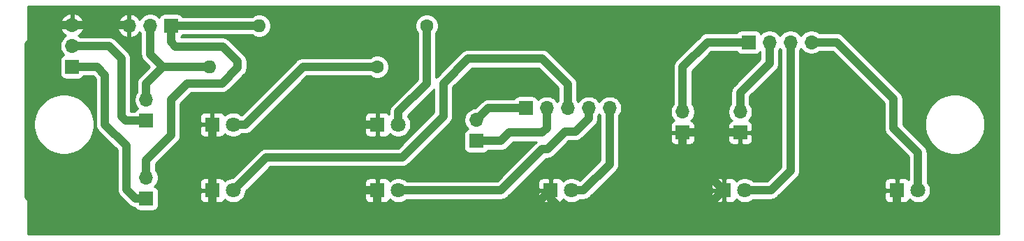
<source format=gbr>
%TF.GenerationSoftware,KiCad,Pcbnew,(5.1.9)-1*%
%TF.CreationDate,2021-03-26T23:06:09+01:00*%
%TF.ProjectId,jarduino2_ihm,6a617264-7569-46e6-9f32-5f69686d2e6b,rev?*%
%TF.SameCoordinates,Original*%
%TF.FileFunction,Copper,L2,Bot*%
%TF.FilePolarity,Positive*%
%FSLAX46Y46*%
G04 Gerber Fmt 4.6, Leading zero omitted, Abs format (unit mm)*
G04 Created by KiCad (PCBNEW (5.1.9)-1) date 2021-03-26 23:06:09*
%MOMM*%
%LPD*%
G01*
G04 APERTURE LIST*
%TA.AperFunction,ComponentPad*%
%ADD10O,1.700000X1.700000*%
%TD*%
%TA.AperFunction,ComponentPad*%
%ADD11R,1.700000X1.700000*%
%TD*%
%TA.AperFunction,ComponentPad*%
%ADD12O,1.600000X1.600000*%
%TD*%
%TA.AperFunction,ComponentPad*%
%ADD13C,1.600000*%
%TD*%
%TA.AperFunction,ComponentPad*%
%ADD14C,1.800000*%
%TD*%
%TA.AperFunction,ComponentPad*%
%ADD15R,1.800000X1.800000*%
%TD*%
%TA.AperFunction,Conductor*%
%ADD16C,1.000000*%
%TD*%
%TA.AperFunction,Conductor*%
%ADD17C,0.254000*%
%TD*%
%TA.AperFunction,Conductor*%
%ADD18C,0.100000*%
%TD*%
G04 APERTURE END LIST*
D10*
%TO.P,J4,4*%
%TO.N,Net-(D7-Pad2)*%
X190620000Y-100000000D03*
%TO.P,J4,3*%
%TO.N,Net-(D6-Pad2)*%
X188080000Y-100000000D03*
%TO.P,J4,2*%
%TO.N,Net-(J4-Pad2)*%
X185540000Y-100000000D03*
D11*
%TO.P,J4,1*%
%TO.N,Net-(J4-Pad1)*%
X183000000Y-100000000D03*
%TD*%
D10*
%TO.P,SW5,2*%
%TO.N,Net-(J4-Pad2)*%
X182000000Y-108460000D03*
D11*
%TO.P,SW5,1*%
%TO.N,GND*%
X182000000Y-111000000D03*
%TD*%
D10*
%TO.P,SW4,2*%
%TO.N,Net-(J4-Pad1)*%
X175000000Y-108460000D03*
D11*
%TO.P,SW4,1*%
%TO.N,GND*%
X175000000Y-111000000D03*
%TD*%
D10*
%TO.P,SW3,2*%
%TO.N,Net-(J3-Pad1)*%
X150000000Y-109460000D03*
D11*
%TO.P,SW3,1*%
%TO.N,Net-(J3-Pad2)*%
X150000000Y-112000000D03*
%TD*%
D10*
%TO.P,SW2,2*%
%TO.N,Net-(J2-Pad2)*%
X110000000Y-107000000D03*
D11*
%TO.P,SW2,1*%
%TO.N,Net-(J1-Pad2)*%
X110000000Y-109540000D03*
%TD*%
D10*
%TO.P,SW1,2*%
%TO.N,Net-(J2-Pad1)*%
X110000000Y-116460000D03*
D11*
%TO.P,SW1,1*%
%TO.N,Net-(J1-Pad1)*%
X110000000Y-119000000D03*
%TD*%
D12*
%TO.P,R2,2*%
%TO.N,Net-(J2-Pad1)*%
X123680000Y-98000000D03*
D13*
%TO.P,R2,1*%
%TO.N,Net-(D2-Pad2)*%
X144000000Y-98000000D03*
%TD*%
D12*
%TO.P,R1,2*%
%TO.N,Net-(J2-Pad2)*%
X117680000Y-103000000D03*
D13*
%TO.P,R1,1*%
%TO.N,Net-(D1-Pad2)*%
X138000000Y-103000000D03*
%TD*%
D10*
%TO.P,J3,5*%
%TO.N,Net-(D5-Pad2)*%
X166160000Y-108000000D03*
%TO.P,J3,4*%
%TO.N,Net-(D4-Pad2)*%
X163620000Y-108000000D03*
%TO.P,J3,3*%
%TO.N,Net-(D3-Pad2)*%
X161080000Y-108000000D03*
%TO.P,J3,2*%
%TO.N,Net-(J3-Pad2)*%
X158540000Y-108000000D03*
D11*
%TO.P,J3,1*%
%TO.N,Net-(J3-Pad1)*%
X156000000Y-108000000D03*
%TD*%
D10*
%TO.P,J2,3*%
%TO.N,GND*%
X107920000Y-98000000D03*
%TO.P,J2,2*%
%TO.N,Net-(J2-Pad2)*%
X110460000Y-98000000D03*
D11*
%TO.P,J2,1*%
%TO.N,Net-(J2-Pad1)*%
X113000000Y-98000000D03*
%TD*%
D10*
%TO.P,J1,3*%
%TO.N,GND*%
X101000000Y-97920000D03*
%TO.P,J1,2*%
%TO.N,Net-(J1-Pad2)*%
X101000000Y-100460000D03*
D11*
%TO.P,J1,1*%
%TO.N,Net-(J1-Pad1)*%
X101000000Y-103000000D03*
%TD*%
D14*
%TO.P,D7,2*%
%TO.N,Net-(D7-Pad2)*%
X203540000Y-118000000D03*
D15*
%TO.P,D7,1*%
%TO.N,GND*%
X201000000Y-118000000D03*
%TD*%
D14*
%TO.P,D6,2*%
%TO.N,Net-(D6-Pad2)*%
X182540000Y-118000000D03*
D15*
%TO.P,D6,1*%
%TO.N,GND*%
X180000000Y-118000000D03*
%TD*%
D14*
%TO.P,D5,2*%
%TO.N,Net-(D5-Pad2)*%
X161540000Y-118000000D03*
D15*
%TO.P,D5,1*%
%TO.N,GND*%
X159000000Y-118000000D03*
%TD*%
D14*
%TO.P,D4,2*%
%TO.N,Net-(D4-Pad2)*%
X140540000Y-118000000D03*
D15*
%TO.P,D4,1*%
%TO.N,GND*%
X138000000Y-118000000D03*
%TD*%
D14*
%TO.P,D3,2*%
%TO.N,Net-(D3-Pad2)*%
X120540000Y-118000000D03*
D15*
%TO.P,D3,1*%
%TO.N,GND*%
X118000000Y-118000000D03*
%TD*%
D14*
%TO.P,D2,2*%
%TO.N,Net-(D2-Pad2)*%
X140540000Y-110000000D03*
D15*
%TO.P,D2,1*%
%TO.N,GND*%
X138000000Y-110000000D03*
%TD*%
D14*
%TO.P,D1,2*%
%TO.N,Net-(D1-Pad2)*%
X120540000Y-110000000D03*
D15*
%TO.P,D1,1*%
%TO.N,GND*%
X118000000Y-110000000D03*
%TD*%
D16*
%TO.N,Net-(D1-Pad2)*%
X120540000Y-110000000D02*
X122000000Y-110000000D01*
X129000000Y-103000000D02*
X138000000Y-103000000D01*
X122000000Y-110000000D02*
X129000000Y-103000000D01*
%TO.N,GND*%
X107840000Y-97920000D02*
X107920000Y-98000000D01*
X101000000Y-97920000D02*
X107840000Y-97920000D01*
X118000000Y-110000000D02*
X118000000Y-118000000D01*
X118000000Y-110000000D02*
X118000000Y-112000000D01*
X118000000Y-112000000D02*
X119000000Y-113000000D01*
X119000000Y-113000000D02*
X122000000Y-113000000D01*
X122000000Y-113000000D02*
X124000000Y-111000000D01*
X124000000Y-111000000D02*
X129000000Y-111000000D01*
X130000000Y-110000000D02*
X138000000Y-110000000D01*
X129000000Y-111000000D02*
X130000000Y-110000000D01*
X138000000Y-118000000D02*
X130000000Y-118000000D01*
X130000000Y-118000000D02*
X126000000Y-122000000D01*
X118000000Y-121000000D02*
X118000000Y-118000000D01*
X119000000Y-122000000D02*
X118000000Y-121000000D01*
X101000000Y-97920000D02*
X98080000Y-97920000D01*
X95725010Y-100274990D02*
X95725010Y-118725010D01*
X98080000Y-97920000D02*
X95725010Y-100274990D01*
X99000000Y-122000000D02*
X120000000Y-122000000D01*
X95725010Y-118725010D02*
X99000000Y-122000000D01*
X120000000Y-122000000D02*
X119000000Y-122000000D01*
X126000000Y-122000000D02*
X120000000Y-122000000D01*
X138000000Y-118000000D02*
X138000000Y-121000000D01*
X138000000Y-121000000D02*
X139000000Y-122000000D01*
X155000000Y-122000000D02*
X159000000Y-118000000D01*
X139000000Y-122000000D02*
X155000000Y-122000000D01*
X159000000Y-118000000D02*
X159000000Y-119000000D01*
X159000000Y-119000000D02*
X162000000Y-122000000D01*
X176000000Y-122000000D02*
X180000000Y-118000000D01*
X162000000Y-122000000D02*
X176000000Y-122000000D01*
X182000000Y-111000000D02*
X175000000Y-111000000D01*
X175000000Y-113000000D02*
X180000000Y-118000000D01*
X175000000Y-111000000D02*
X175000000Y-113000000D01*
X201000000Y-120000000D02*
X199000000Y-122000000D01*
X176000000Y-122000000D02*
X199000000Y-122000000D01*
X201000000Y-120000000D02*
X201000000Y-118000000D01*
%TO.N,Net-(D2-Pad2)*%
X140540000Y-110000000D02*
X140540000Y-108460000D01*
X144000000Y-105000000D02*
X144000000Y-98000000D01*
X140540000Y-108460000D02*
X144000000Y-105000000D01*
%TO.N,Net-(D3-Pad2)*%
X141000000Y-114000000D02*
X124540000Y-114000000D01*
X146000000Y-109000000D02*
X141000000Y-114000000D01*
X146000000Y-105000000D02*
X146000000Y-109000000D01*
X149000000Y-102000000D02*
X146000000Y-105000000D01*
X158000000Y-102000000D02*
X149000000Y-102000000D01*
X161080000Y-105080000D02*
X158000000Y-102000000D01*
X124540000Y-114000000D02*
X120540000Y-118000000D01*
X161080000Y-108000000D02*
X161080000Y-105080000D01*
%TO.N,Net-(D4-Pad2)*%
X153000000Y-118000000D02*
X140540000Y-118000000D01*
X158000000Y-113000000D02*
X153000000Y-118000000D01*
X158000000Y-113000000D02*
X158620000Y-113000000D01*
X158620000Y-113000000D02*
X160750000Y-110870000D01*
X160750000Y-110870000D02*
X162020000Y-110870000D01*
X162020000Y-110870000D02*
X163620000Y-109270000D01*
X163620000Y-108000000D02*
X163620000Y-109270000D01*
%TO.N,Net-(D5-Pad2)*%
X166160000Y-108000000D02*
X166160000Y-114840000D01*
X163000000Y-118000000D02*
X161540000Y-118000000D01*
X166160000Y-114840000D02*
X163000000Y-118000000D01*
%TO.N,Net-(D6-Pad2)*%
X182540000Y-118000000D02*
X185700000Y-118000000D01*
X188080000Y-115620000D02*
X188080000Y-100000000D01*
X185700000Y-118000000D02*
X188080000Y-115620000D01*
%TO.N,Net-(D7-Pad2)*%
X190620000Y-100000000D02*
X193670000Y-100000000D01*
X193670000Y-100000000D02*
X200570000Y-106900000D01*
X200570000Y-106900000D02*
X200570000Y-110460000D01*
X203540000Y-113430000D02*
X203540000Y-118000000D01*
X200570000Y-110460000D02*
X203540000Y-113430000D01*
%TO.N,Net-(J1-Pad2)*%
X101000000Y-100460000D02*
X105460000Y-100460000D01*
X105460000Y-100460000D02*
X107000000Y-102000000D01*
X107000000Y-102000000D02*
X107000000Y-109000000D01*
X107540000Y-109540000D02*
X110000000Y-109540000D01*
X107000000Y-109000000D02*
X107540000Y-109540000D01*
%TO.N,Net-(J1-Pad1)*%
X101000000Y-103000000D02*
X104000000Y-103000000D01*
X104000000Y-103000000D02*
X105000000Y-104000000D01*
X110000000Y-119000000D02*
X108700000Y-119000000D01*
X108700000Y-119000000D02*
X107600000Y-117900000D01*
X107600000Y-112590000D02*
X105000000Y-109990000D01*
X107600000Y-117900000D02*
X107600000Y-112590000D01*
X105000000Y-104000000D02*
X105000000Y-109990000D01*
%TO.N,Net-(J2-Pad2)*%
X110460000Y-98000000D02*
X110460000Y-101460000D01*
X112000000Y-103000000D02*
X117680000Y-103000000D01*
X110460000Y-101460000D02*
X112000000Y-103000000D01*
X110000000Y-107000000D02*
X110000000Y-105000000D01*
X110000000Y-105000000D02*
X112000000Y-103000000D01*
%TO.N,Net-(J2-Pad1)*%
X117940000Y-98000000D02*
X123680000Y-98000000D01*
X115000000Y-98000000D02*
X117940000Y-98000000D01*
X119270000Y-100530000D02*
X116530000Y-100530000D01*
X121075000Y-103115000D02*
X121075000Y-102335000D01*
X119190000Y-105000000D02*
X121075000Y-103115000D01*
X115000000Y-105000000D02*
X119190000Y-105000000D01*
X113000000Y-107000000D02*
X115000000Y-105000000D01*
X121075000Y-102335000D02*
X119270000Y-100530000D01*
X113000000Y-111330000D02*
X113000000Y-107000000D01*
X110000000Y-114330000D02*
X113000000Y-111330000D01*
X110000000Y-116460000D02*
X110000000Y-114330000D01*
X114080000Y-98000000D02*
X115000000Y-98000000D01*
X113000000Y-98000000D02*
X114080000Y-98000000D01*
X116530000Y-100530000D02*
X113540000Y-100530000D01*
X113000000Y-99990000D02*
X113000000Y-98000000D01*
X113540000Y-100530000D02*
X113000000Y-99990000D01*
%TO.N,Net-(J3-Pad2)*%
X158540000Y-108000000D02*
X158540000Y-110460000D01*
X158540000Y-110460000D02*
X158000000Y-111000000D01*
X158000000Y-111000000D02*
X154000000Y-111000000D01*
X154000000Y-111000000D02*
X153000000Y-112000000D01*
X153000000Y-112000000D02*
X150000000Y-112000000D01*
%TO.N,Net-(J3-Pad1)*%
X150000000Y-109460000D02*
X151460000Y-108000000D01*
X151460000Y-108000000D02*
X156000000Y-108000000D01*
%TO.N,Net-(J4-Pad2)*%
X185540000Y-100000000D02*
X185540000Y-102580000D01*
X182000000Y-106120000D02*
X182000000Y-108460000D01*
X185540000Y-102580000D02*
X182000000Y-106120000D01*
%TO.N,Net-(J4-Pad1)*%
X175000000Y-108460000D02*
X175000000Y-103000000D01*
X178000000Y-100000000D02*
X183000000Y-100000000D01*
X175000000Y-103000000D02*
X178000000Y-100000000D01*
%TD*%
D17*
%TO.N,GND*%
X213340001Y-123340000D02*
X95660000Y-123340000D01*
X95660000Y-109639297D01*
X96337720Y-109639297D01*
X96337720Y-110360703D01*
X96478460Y-111068248D01*
X96754530Y-111734740D01*
X97155322Y-112334567D01*
X97665433Y-112844678D01*
X98265260Y-113245470D01*
X98931752Y-113521540D01*
X99639297Y-113662280D01*
X100360703Y-113662280D01*
X101068248Y-113521540D01*
X101734740Y-113245470D01*
X102334567Y-112844678D01*
X102844678Y-112334567D01*
X103245470Y-111734740D01*
X103521540Y-111068248D01*
X103662280Y-110360703D01*
X103662280Y-109639297D01*
X103521540Y-108931752D01*
X103245470Y-108265260D01*
X102844678Y-107665433D01*
X102334567Y-107155322D01*
X101734740Y-106754530D01*
X101068248Y-106478460D01*
X100360703Y-106337720D01*
X99639297Y-106337720D01*
X98931752Y-106478460D01*
X98265260Y-106754530D01*
X97665433Y-107155322D01*
X97155322Y-107665433D01*
X96754530Y-108265260D01*
X96478460Y-108931752D01*
X96337720Y-109639297D01*
X95660000Y-109639297D01*
X95660000Y-102150000D01*
X99511928Y-102150000D01*
X99511928Y-103850000D01*
X99524188Y-103974482D01*
X99560498Y-104094180D01*
X99619463Y-104204494D01*
X99698815Y-104301185D01*
X99795506Y-104380537D01*
X99905820Y-104439502D01*
X100025518Y-104475812D01*
X100150000Y-104488072D01*
X101850000Y-104488072D01*
X101974482Y-104475812D01*
X102094180Y-104439502D01*
X102204494Y-104380537D01*
X102301185Y-104301185D01*
X102380537Y-104204494D01*
X102417683Y-104135000D01*
X103529868Y-104135000D01*
X103865000Y-104470132D01*
X103865001Y-109934239D01*
X103859509Y-109990000D01*
X103881423Y-110212498D01*
X103946324Y-110426446D01*
X103951670Y-110436447D01*
X104051717Y-110623623D01*
X104193552Y-110796449D01*
X104236860Y-110831991D01*
X106465001Y-113060133D01*
X106465000Y-117844248D01*
X106459509Y-117900000D01*
X106465000Y-117955751D01*
X106481423Y-118122498D01*
X106546324Y-118336446D01*
X106651716Y-118533623D01*
X106793551Y-118706449D01*
X106836864Y-118741996D01*
X107858008Y-119763140D01*
X107893551Y-119806449D01*
X108066377Y-119948284D01*
X108263553Y-120053676D01*
X108477501Y-120118577D01*
X108578876Y-120128561D01*
X108619463Y-120204494D01*
X108698815Y-120301185D01*
X108795506Y-120380537D01*
X108905820Y-120439502D01*
X109025518Y-120475812D01*
X109150000Y-120488072D01*
X110850000Y-120488072D01*
X110974482Y-120475812D01*
X111094180Y-120439502D01*
X111204494Y-120380537D01*
X111301185Y-120301185D01*
X111380537Y-120204494D01*
X111439502Y-120094180D01*
X111475812Y-119974482D01*
X111488072Y-119850000D01*
X111488072Y-118900000D01*
X116461928Y-118900000D01*
X116474188Y-119024482D01*
X116510498Y-119144180D01*
X116569463Y-119254494D01*
X116648815Y-119351185D01*
X116745506Y-119430537D01*
X116855820Y-119489502D01*
X116975518Y-119525812D01*
X117100000Y-119538072D01*
X117714250Y-119535000D01*
X117873000Y-119376250D01*
X117873000Y-118127000D01*
X116623750Y-118127000D01*
X116465000Y-118285750D01*
X116461928Y-118900000D01*
X111488072Y-118900000D01*
X111488072Y-118150000D01*
X111475812Y-118025518D01*
X111439502Y-117905820D01*
X111380537Y-117795506D01*
X111301185Y-117698815D01*
X111204494Y-117619463D01*
X111094180Y-117560498D01*
X111021620Y-117538487D01*
X111153475Y-117406632D01*
X111315990Y-117163411D01*
X111342255Y-117100000D01*
X116461928Y-117100000D01*
X116465000Y-117714250D01*
X116623750Y-117873000D01*
X117873000Y-117873000D01*
X117873000Y-116623750D01*
X118127000Y-116623750D01*
X118127000Y-117873000D01*
X118147000Y-117873000D01*
X118147000Y-118127000D01*
X118127000Y-118127000D01*
X118127000Y-119376250D01*
X118285750Y-119535000D01*
X118900000Y-119538072D01*
X119024482Y-119525812D01*
X119144180Y-119489502D01*
X119254494Y-119430537D01*
X119351185Y-119351185D01*
X119430537Y-119254494D01*
X119489502Y-119144180D01*
X119495056Y-119125873D01*
X119561495Y-119192312D01*
X119812905Y-119360299D01*
X120092257Y-119476011D01*
X120388816Y-119535000D01*
X120691184Y-119535000D01*
X120987743Y-119476011D01*
X121267095Y-119360299D01*
X121518505Y-119192312D01*
X121732312Y-118978505D01*
X121784767Y-118900000D01*
X136461928Y-118900000D01*
X136474188Y-119024482D01*
X136510498Y-119144180D01*
X136569463Y-119254494D01*
X136648815Y-119351185D01*
X136745506Y-119430537D01*
X136855820Y-119489502D01*
X136975518Y-119525812D01*
X137100000Y-119538072D01*
X137714250Y-119535000D01*
X137873000Y-119376250D01*
X137873000Y-118127000D01*
X136623750Y-118127000D01*
X136465000Y-118285750D01*
X136461928Y-118900000D01*
X121784767Y-118900000D01*
X121900299Y-118727095D01*
X122016011Y-118447743D01*
X122075000Y-118151184D01*
X122075000Y-118070131D01*
X123045131Y-117100000D01*
X136461928Y-117100000D01*
X136465000Y-117714250D01*
X136623750Y-117873000D01*
X137873000Y-117873000D01*
X137873000Y-116623750D01*
X137714250Y-116465000D01*
X137100000Y-116461928D01*
X136975518Y-116474188D01*
X136855820Y-116510498D01*
X136745506Y-116569463D01*
X136648815Y-116648815D01*
X136569463Y-116745506D01*
X136510498Y-116855820D01*
X136474188Y-116975518D01*
X136461928Y-117100000D01*
X123045131Y-117100000D01*
X125010132Y-115135000D01*
X140944249Y-115135000D01*
X141000000Y-115140491D01*
X141055751Y-115135000D01*
X141055752Y-115135000D01*
X141222499Y-115118577D01*
X141436447Y-115053676D01*
X141633623Y-114948284D01*
X141806449Y-114806449D01*
X141841996Y-114763135D01*
X146763141Y-109841991D01*
X146806449Y-109806449D01*
X146948284Y-109633623D01*
X147053676Y-109436447D01*
X147118577Y-109222499D01*
X147135000Y-109055752D01*
X147140491Y-109000000D01*
X147135000Y-108944248D01*
X147135000Y-105470131D01*
X149470133Y-103135000D01*
X157529869Y-103135000D01*
X159945001Y-105550133D01*
X159945000Y-107034893D01*
X159926525Y-107053368D01*
X159810000Y-107227760D01*
X159693475Y-107053368D01*
X159486632Y-106846525D01*
X159243411Y-106684010D01*
X158973158Y-106572068D01*
X158686260Y-106515000D01*
X158393740Y-106515000D01*
X158106842Y-106572068D01*
X157836589Y-106684010D01*
X157593368Y-106846525D01*
X157461513Y-106978380D01*
X157439502Y-106905820D01*
X157380537Y-106795506D01*
X157301185Y-106698815D01*
X157204494Y-106619463D01*
X157094180Y-106560498D01*
X156974482Y-106524188D01*
X156850000Y-106511928D01*
X155150000Y-106511928D01*
X155025518Y-106524188D01*
X154905820Y-106560498D01*
X154795506Y-106619463D01*
X154698815Y-106698815D01*
X154619463Y-106795506D01*
X154582317Y-106865000D01*
X151515752Y-106865000D01*
X151460000Y-106859509D01*
X151404248Y-106865000D01*
X151237501Y-106881423D01*
X151023553Y-106946324D01*
X150826377Y-107051716D01*
X150653551Y-107193551D01*
X150618008Y-107236860D01*
X149879869Y-107975000D01*
X149853740Y-107975000D01*
X149566842Y-108032068D01*
X149296589Y-108144010D01*
X149053368Y-108306525D01*
X148846525Y-108513368D01*
X148684010Y-108756589D01*
X148572068Y-109026842D01*
X148515000Y-109313740D01*
X148515000Y-109606260D01*
X148572068Y-109893158D01*
X148684010Y-110163411D01*
X148846525Y-110406632D01*
X148978380Y-110538487D01*
X148905820Y-110560498D01*
X148795506Y-110619463D01*
X148698815Y-110698815D01*
X148619463Y-110795506D01*
X148560498Y-110905820D01*
X148524188Y-111025518D01*
X148511928Y-111150000D01*
X148511928Y-112850000D01*
X148524188Y-112974482D01*
X148560498Y-113094180D01*
X148619463Y-113204494D01*
X148698815Y-113301185D01*
X148795506Y-113380537D01*
X148905820Y-113439502D01*
X149025518Y-113475812D01*
X149150000Y-113488072D01*
X150850000Y-113488072D01*
X150974482Y-113475812D01*
X151094180Y-113439502D01*
X151204494Y-113380537D01*
X151301185Y-113301185D01*
X151380537Y-113204494D01*
X151417683Y-113135000D01*
X152944249Y-113135000D01*
X153000000Y-113140491D01*
X153055751Y-113135000D01*
X153055752Y-113135000D01*
X153222499Y-113118577D01*
X153436447Y-113053676D01*
X153633623Y-112948284D01*
X153806449Y-112806449D01*
X153841995Y-112763136D01*
X154470132Y-112135000D01*
X157264895Y-112135000D01*
X157193551Y-112193551D01*
X157158011Y-112236857D01*
X152529869Y-116865000D01*
X141575817Y-116865000D01*
X141518505Y-116807688D01*
X141267095Y-116639701D01*
X140987743Y-116523989D01*
X140691184Y-116465000D01*
X140388816Y-116465000D01*
X140092257Y-116523989D01*
X139812905Y-116639701D01*
X139561495Y-116807688D01*
X139495056Y-116874127D01*
X139489502Y-116855820D01*
X139430537Y-116745506D01*
X139351185Y-116648815D01*
X139254494Y-116569463D01*
X139144180Y-116510498D01*
X139024482Y-116474188D01*
X138900000Y-116461928D01*
X138285750Y-116465000D01*
X138127000Y-116623750D01*
X138127000Y-117873000D01*
X138147000Y-117873000D01*
X138147000Y-118127000D01*
X138127000Y-118127000D01*
X138127000Y-119376250D01*
X138285750Y-119535000D01*
X138900000Y-119538072D01*
X139024482Y-119525812D01*
X139144180Y-119489502D01*
X139254494Y-119430537D01*
X139351185Y-119351185D01*
X139430537Y-119254494D01*
X139489502Y-119144180D01*
X139495056Y-119125873D01*
X139561495Y-119192312D01*
X139812905Y-119360299D01*
X140092257Y-119476011D01*
X140388816Y-119535000D01*
X140691184Y-119535000D01*
X140987743Y-119476011D01*
X141267095Y-119360299D01*
X141518505Y-119192312D01*
X141575817Y-119135000D01*
X152944249Y-119135000D01*
X153000000Y-119140491D01*
X153055751Y-119135000D01*
X153055752Y-119135000D01*
X153222499Y-119118577D01*
X153436447Y-119053676D01*
X153633623Y-118948284D01*
X153692457Y-118900000D01*
X157461928Y-118900000D01*
X157474188Y-119024482D01*
X157510498Y-119144180D01*
X157569463Y-119254494D01*
X157648815Y-119351185D01*
X157745506Y-119430537D01*
X157855820Y-119489502D01*
X157975518Y-119525812D01*
X158100000Y-119538072D01*
X158714250Y-119535000D01*
X158873000Y-119376250D01*
X158873000Y-118127000D01*
X157623750Y-118127000D01*
X157465000Y-118285750D01*
X157461928Y-118900000D01*
X153692457Y-118900000D01*
X153806449Y-118806449D01*
X153841996Y-118763135D01*
X155505131Y-117100000D01*
X157461928Y-117100000D01*
X157465000Y-117714250D01*
X157623750Y-117873000D01*
X158873000Y-117873000D01*
X158873000Y-116623750D01*
X158714250Y-116465000D01*
X158100000Y-116461928D01*
X157975518Y-116474188D01*
X157855820Y-116510498D01*
X157745506Y-116569463D01*
X157648815Y-116648815D01*
X157569463Y-116745506D01*
X157510498Y-116855820D01*
X157474188Y-116975518D01*
X157461928Y-117100000D01*
X155505131Y-117100000D01*
X158470132Y-114135000D01*
X158564249Y-114135000D01*
X158620000Y-114140491D01*
X158675751Y-114135000D01*
X158675752Y-114135000D01*
X158842499Y-114118577D01*
X159056447Y-114053676D01*
X159253623Y-113948284D01*
X159426449Y-113806449D01*
X159461996Y-113763135D01*
X161220132Y-112005000D01*
X161964249Y-112005000D01*
X162020000Y-112010491D01*
X162075751Y-112005000D01*
X162075752Y-112005000D01*
X162242499Y-111988577D01*
X162456447Y-111923676D01*
X162653623Y-111818284D01*
X162826449Y-111676449D01*
X162861995Y-111633136D01*
X164383146Y-110111987D01*
X164426449Y-110076449D01*
X164466201Y-110028012D01*
X164568284Y-109903623D01*
X164673676Y-109706447D01*
X164738577Y-109492499D01*
X164760491Y-109270000D01*
X164755000Y-109214248D01*
X164755000Y-108965107D01*
X164773475Y-108946632D01*
X164890000Y-108772240D01*
X165006525Y-108946632D01*
X165025000Y-108965107D01*
X165025001Y-114369867D01*
X162552843Y-116842026D01*
X162518505Y-116807688D01*
X162267095Y-116639701D01*
X161987743Y-116523989D01*
X161691184Y-116465000D01*
X161388816Y-116465000D01*
X161092257Y-116523989D01*
X160812905Y-116639701D01*
X160561495Y-116807688D01*
X160495056Y-116874127D01*
X160489502Y-116855820D01*
X160430537Y-116745506D01*
X160351185Y-116648815D01*
X160254494Y-116569463D01*
X160144180Y-116510498D01*
X160024482Y-116474188D01*
X159900000Y-116461928D01*
X159285750Y-116465000D01*
X159127000Y-116623750D01*
X159127000Y-117873000D01*
X159147000Y-117873000D01*
X159147000Y-118127000D01*
X159127000Y-118127000D01*
X159127000Y-119376250D01*
X159285750Y-119535000D01*
X159900000Y-119538072D01*
X160024482Y-119525812D01*
X160144180Y-119489502D01*
X160254494Y-119430537D01*
X160351185Y-119351185D01*
X160430537Y-119254494D01*
X160489502Y-119144180D01*
X160495056Y-119125873D01*
X160561495Y-119192312D01*
X160812905Y-119360299D01*
X161092257Y-119476011D01*
X161388816Y-119535000D01*
X161691184Y-119535000D01*
X161987743Y-119476011D01*
X162267095Y-119360299D01*
X162518505Y-119192312D01*
X162575817Y-119135000D01*
X162944249Y-119135000D01*
X163000000Y-119140491D01*
X163055751Y-119135000D01*
X163055752Y-119135000D01*
X163222499Y-119118577D01*
X163436447Y-119053676D01*
X163633623Y-118948284D01*
X163692457Y-118900000D01*
X178461928Y-118900000D01*
X178474188Y-119024482D01*
X178510498Y-119144180D01*
X178569463Y-119254494D01*
X178648815Y-119351185D01*
X178745506Y-119430537D01*
X178855820Y-119489502D01*
X178975518Y-119525812D01*
X179100000Y-119538072D01*
X179714250Y-119535000D01*
X179873000Y-119376250D01*
X179873000Y-118127000D01*
X178623750Y-118127000D01*
X178465000Y-118285750D01*
X178461928Y-118900000D01*
X163692457Y-118900000D01*
X163806449Y-118806449D01*
X163841996Y-118763135D01*
X165505131Y-117100000D01*
X178461928Y-117100000D01*
X178465000Y-117714250D01*
X178623750Y-117873000D01*
X179873000Y-117873000D01*
X179873000Y-116623750D01*
X179714250Y-116465000D01*
X179100000Y-116461928D01*
X178975518Y-116474188D01*
X178855820Y-116510498D01*
X178745506Y-116569463D01*
X178648815Y-116648815D01*
X178569463Y-116745506D01*
X178510498Y-116855820D01*
X178474188Y-116975518D01*
X178461928Y-117100000D01*
X165505131Y-117100000D01*
X166923141Y-115681991D01*
X166966449Y-115646449D01*
X167108284Y-115473623D01*
X167213676Y-115276447D01*
X167278577Y-115062499D01*
X167295000Y-114895752D01*
X167300491Y-114840000D01*
X167295000Y-114784248D01*
X167295000Y-111850000D01*
X173511928Y-111850000D01*
X173524188Y-111974482D01*
X173560498Y-112094180D01*
X173619463Y-112204494D01*
X173698815Y-112301185D01*
X173795506Y-112380537D01*
X173905820Y-112439502D01*
X174025518Y-112475812D01*
X174150000Y-112488072D01*
X174714250Y-112485000D01*
X174873000Y-112326250D01*
X174873000Y-111127000D01*
X175127000Y-111127000D01*
X175127000Y-112326250D01*
X175285750Y-112485000D01*
X175850000Y-112488072D01*
X175974482Y-112475812D01*
X176094180Y-112439502D01*
X176204494Y-112380537D01*
X176301185Y-112301185D01*
X176380537Y-112204494D01*
X176439502Y-112094180D01*
X176475812Y-111974482D01*
X176488072Y-111850000D01*
X180511928Y-111850000D01*
X180524188Y-111974482D01*
X180560498Y-112094180D01*
X180619463Y-112204494D01*
X180698815Y-112301185D01*
X180795506Y-112380537D01*
X180905820Y-112439502D01*
X181025518Y-112475812D01*
X181150000Y-112488072D01*
X181714250Y-112485000D01*
X181873000Y-112326250D01*
X181873000Y-111127000D01*
X182127000Y-111127000D01*
X182127000Y-112326250D01*
X182285750Y-112485000D01*
X182850000Y-112488072D01*
X182974482Y-112475812D01*
X183094180Y-112439502D01*
X183204494Y-112380537D01*
X183301185Y-112301185D01*
X183380537Y-112204494D01*
X183439502Y-112094180D01*
X183475812Y-111974482D01*
X183488072Y-111850000D01*
X183485000Y-111285750D01*
X183326250Y-111127000D01*
X182127000Y-111127000D01*
X181873000Y-111127000D01*
X180673750Y-111127000D01*
X180515000Y-111285750D01*
X180511928Y-111850000D01*
X176488072Y-111850000D01*
X176485000Y-111285750D01*
X176326250Y-111127000D01*
X175127000Y-111127000D01*
X174873000Y-111127000D01*
X173673750Y-111127000D01*
X173515000Y-111285750D01*
X173511928Y-111850000D01*
X167295000Y-111850000D01*
X167295000Y-110150000D01*
X173511928Y-110150000D01*
X173515000Y-110714250D01*
X173673750Y-110873000D01*
X174873000Y-110873000D01*
X174873000Y-110853000D01*
X175127000Y-110853000D01*
X175127000Y-110873000D01*
X176326250Y-110873000D01*
X176485000Y-110714250D01*
X176488072Y-110150000D01*
X176475812Y-110025518D01*
X176439502Y-109905820D01*
X176380537Y-109795506D01*
X176301185Y-109698815D01*
X176204494Y-109619463D01*
X176094180Y-109560498D01*
X176021620Y-109538487D01*
X176153475Y-109406632D01*
X176315990Y-109163411D01*
X176427932Y-108893158D01*
X176485000Y-108606260D01*
X176485000Y-108313740D01*
X176427932Y-108026842D01*
X176315990Y-107756589D01*
X176153475Y-107513368D01*
X176135000Y-107494893D01*
X176135000Y-103470131D01*
X178470133Y-101135000D01*
X181582317Y-101135000D01*
X181619463Y-101204494D01*
X181698815Y-101301185D01*
X181795506Y-101380537D01*
X181905820Y-101439502D01*
X182025518Y-101475812D01*
X182150000Y-101488072D01*
X183850000Y-101488072D01*
X183974482Y-101475812D01*
X184094180Y-101439502D01*
X184204494Y-101380537D01*
X184301185Y-101301185D01*
X184380537Y-101204494D01*
X184405000Y-101158727D01*
X184405001Y-102109867D01*
X181236865Y-105278004D01*
X181193551Y-105313551D01*
X181051716Y-105486377D01*
X180946325Y-105683553D01*
X180946324Y-105683554D01*
X180881423Y-105897502D01*
X180859509Y-106120000D01*
X180865000Y-106175752D01*
X180865001Y-107494892D01*
X180846525Y-107513368D01*
X180684010Y-107756589D01*
X180572068Y-108026842D01*
X180515000Y-108313740D01*
X180515000Y-108606260D01*
X180572068Y-108893158D01*
X180684010Y-109163411D01*
X180846525Y-109406632D01*
X180978380Y-109538487D01*
X180905820Y-109560498D01*
X180795506Y-109619463D01*
X180698815Y-109698815D01*
X180619463Y-109795506D01*
X180560498Y-109905820D01*
X180524188Y-110025518D01*
X180511928Y-110150000D01*
X180515000Y-110714250D01*
X180673750Y-110873000D01*
X181873000Y-110873000D01*
X181873000Y-110853000D01*
X182127000Y-110853000D01*
X182127000Y-110873000D01*
X183326250Y-110873000D01*
X183485000Y-110714250D01*
X183488072Y-110150000D01*
X183475812Y-110025518D01*
X183439502Y-109905820D01*
X183380537Y-109795506D01*
X183301185Y-109698815D01*
X183204494Y-109619463D01*
X183094180Y-109560498D01*
X183021620Y-109538487D01*
X183153475Y-109406632D01*
X183315990Y-109163411D01*
X183427932Y-108893158D01*
X183485000Y-108606260D01*
X183485000Y-108313740D01*
X183427932Y-108026842D01*
X183315990Y-107756589D01*
X183153475Y-107513368D01*
X183135000Y-107494893D01*
X183135000Y-106590131D01*
X186303141Y-103421991D01*
X186346449Y-103386449D01*
X186488284Y-103213623D01*
X186593676Y-103016447D01*
X186658577Y-102802499D01*
X186675000Y-102635752D01*
X186680491Y-102580001D01*
X186675000Y-102524249D01*
X186675000Y-100965107D01*
X186693475Y-100946632D01*
X186810000Y-100772240D01*
X186926525Y-100946632D01*
X186945001Y-100965108D01*
X186945000Y-115149868D01*
X185229869Y-116865000D01*
X183575817Y-116865000D01*
X183518505Y-116807688D01*
X183267095Y-116639701D01*
X182987743Y-116523989D01*
X182691184Y-116465000D01*
X182388816Y-116465000D01*
X182092257Y-116523989D01*
X181812905Y-116639701D01*
X181561495Y-116807688D01*
X181495056Y-116874127D01*
X181489502Y-116855820D01*
X181430537Y-116745506D01*
X181351185Y-116648815D01*
X181254494Y-116569463D01*
X181144180Y-116510498D01*
X181024482Y-116474188D01*
X180900000Y-116461928D01*
X180285750Y-116465000D01*
X180127000Y-116623750D01*
X180127000Y-117873000D01*
X180147000Y-117873000D01*
X180147000Y-118127000D01*
X180127000Y-118127000D01*
X180127000Y-119376250D01*
X180285750Y-119535000D01*
X180900000Y-119538072D01*
X181024482Y-119525812D01*
X181144180Y-119489502D01*
X181254494Y-119430537D01*
X181351185Y-119351185D01*
X181430537Y-119254494D01*
X181489502Y-119144180D01*
X181495056Y-119125873D01*
X181561495Y-119192312D01*
X181812905Y-119360299D01*
X182092257Y-119476011D01*
X182388816Y-119535000D01*
X182691184Y-119535000D01*
X182987743Y-119476011D01*
X183267095Y-119360299D01*
X183518505Y-119192312D01*
X183575817Y-119135000D01*
X185644249Y-119135000D01*
X185700000Y-119140491D01*
X185755751Y-119135000D01*
X185755752Y-119135000D01*
X185922499Y-119118577D01*
X186136447Y-119053676D01*
X186333623Y-118948284D01*
X186392457Y-118900000D01*
X199461928Y-118900000D01*
X199474188Y-119024482D01*
X199510498Y-119144180D01*
X199569463Y-119254494D01*
X199648815Y-119351185D01*
X199745506Y-119430537D01*
X199855820Y-119489502D01*
X199975518Y-119525812D01*
X200100000Y-119538072D01*
X200714250Y-119535000D01*
X200873000Y-119376250D01*
X200873000Y-118127000D01*
X199623750Y-118127000D01*
X199465000Y-118285750D01*
X199461928Y-118900000D01*
X186392457Y-118900000D01*
X186506449Y-118806449D01*
X186541996Y-118763135D01*
X188205131Y-117100000D01*
X199461928Y-117100000D01*
X199465000Y-117714250D01*
X199623750Y-117873000D01*
X200873000Y-117873000D01*
X200873000Y-116623750D01*
X200714250Y-116465000D01*
X200100000Y-116461928D01*
X199975518Y-116474188D01*
X199855820Y-116510498D01*
X199745506Y-116569463D01*
X199648815Y-116648815D01*
X199569463Y-116745506D01*
X199510498Y-116855820D01*
X199474188Y-116975518D01*
X199461928Y-117100000D01*
X188205131Y-117100000D01*
X188843141Y-116461991D01*
X188886449Y-116426449D01*
X189028284Y-116253623D01*
X189133676Y-116056447D01*
X189198577Y-115842499D01*
X189215000Y-115675752D01*
X189215000Y-115675743D01*
X189220490Y-115620001D01*
X189215000Y-115564259D01*
X189215000Y-100965107D01*
X189233475Y-100946632D01*
X189350000Y-100772240D01*
X189466525Y-100946632D01*
X189673368Y-101153475D01*
X189916589Y-101315990D01*
X190186842Y-101427932D01*
X190473740Y-101485000D01*
X190766260Y-101485000D01*
X191053158Y-101427932D01*
X191323411Y-101315990D01*
X191566632Y-101153475D01*
X191585107Y-101135000D01*
X193199869Y-101135000D01*
X199435000Y-107370133D01*
X199435001Y-110404239D01*
X199429509Y-110460000D01*
X199451423Y-110682498D01*
X199516324Y-110896446D01*
X199544032Y-110948283D01*
X199621717Y-111093623D01*
X199763552Y-111266449D01*
X199806860Y-111301991D01*
X202405000Y-113900132D01*
X202405001Y-116714390D01*
X202351185Y-116648815D01*
X202254494Y-116569463D01*
X202144180Y-116510498D01*
X202024482Y-116474188D01*
X201900000Y-116461928D01*
X201285750Y-116465000D01*
X201127000Y-116623750D01*
X201127000Y-117873000D01*
X201147000Y-117873000D01*
X201147000Y-118127000D01*
X201127000Y-118127000D01*
X201127000Y-119376250D01*
X201285750Y-119535000D01*
X201900000Y-119538072D01*
X202024482Y-119525812D01*
X202144180Y-119489502D01*
X202254494Y-119430537D01*
X202351185Y-119351185D01*
X202430537Y-119254494D01*
X202489502Y-119144180D01*
X202495056Y-119125873D01*
X202561495Y-119192312D01*
X202812905Y-119360299D01*
X203092257Y-119476011D01*
X203388816Y-119535000D01*
X203691184Y-119535000D01*
X203987743Y-119476011D01*
X204267095Y-119360299D01*
X204518505Y-119192312D01*
X204732312Y-118978505D01*
X204900299Y-118727095D01*
X205016011Y-118447743D01*
X205075000Y-118151184D01*
X205075000Y-117848816D01*
X205016011Y-117552257D01*
X204900299Y-117272905D01*
X204732312Y-117021495D01*
X204675000Y-116964183D01*
X204675000Y-113485741D01*
X204680490Y-113429999D01*
X204675000Y-113374257D01*
X204675000Y-113374248D01*
X204658577Y-113207501D01*
X204593676Y-112993553D01*
X204488284Y-112796377D01*
X204346449Y-112623551D01*
X204303141Y-112588009D01*
X201705000Y-109989869D01*
X201705000Y-109639297D01*
X204337720Y-109639297D01*
X204337720Y-110360703D01*
X204478460Y-111068248D01*
X204754530Y-111734740D01*
X205155322Y-112334567D01*
X205665433Y-112844678D01*
X206265260Y-113245470D01*
X206931752Y-113521540D01*
X207639297Y-113662280D01*
X208360703Y-113662280D01*
X209068248Y-113521540D01*
X209734740Y-113245470D01*
X210334567Y-112844678D01*
X210844678Y-112334567D01*
X211245470Y-111734740D01*
X211521540Y-111068248D01*
X211662280Y-110360703D01*
X211662280Y-109639297D01*
X211521540Y-108931752D01*
X211245470Y-108265260D01*
X210844678Y-107665433D01*
X210334567Y-107155322D01*
X209734740Y-106754530D01*
X209068248Y-106478460D01*
X208360703Y-106337720D01*
X207639297Y-106337720D01*
X206931752Y-106478460D01*
X206265260Y-106754530D01*
X205665433Y-107155322D01*
X205155322Y-107665433D01*
X204754530Y-108265260D01*
X204478460Y-108931752D01*
X204337720Y-109639297D01*
X201705000Y-109639297D01*
X201705000Y-106955752D01*
X201710491Y-106900000D01*
X201688577Y-106677501D01*
X201623676Y-106463553D01*
X201518284Y-106266377D01*
X201411989Y-106136856D01*
X201411987Y-106136854D01*
X201376449Y-106093551D01*
X201333146Y-106058013D01*
X194511996Y-99236865D01*
X194476449Y-99193551D01*
X194303623Y-99051716D01*
X194106447Y-98946324D01*
X193892499Y-98881423D01*
X193725752Y-98865000D01*
X193725751Y-98865000D01*
X193670000Y-98859509D01*
X193614249Y-98865000D01*
X191585107Y-98865000D01*
X191566632Y-98846525D01*
X191323411Y-98684010D01*
X191053158Y-98572068D01*
X190766260Y-98515000D01*
X190473740Y-98515000D01*
X190186842Y-98572068D01*
X189916589Y-98684010D01*
X189673368Y-98846525D01*
X189466525Y-99053368D01*
X189350000Y-99227760D01*
X189233475Y-99053368D01*
X189026632Y-98846525D01*
X188783411Y-98684010D01*
X188513158Y-98572068D01*
X188226260Y-98515000D01*
X187933740Y-98515000D01*
X187646842Y-98572068D01*
X187376589Y-98684010D01*
X187133368Y-98846525D01*
X186926525Y-99053368D01*
X186810000Y-99227760D01*
X186693475Y-99053368D01*
X186486632Y-98846525D01*
X186243411Y-98684010D01*
X185973158Y-98572068D01*
X185686260Y-98515000D01*
X185393740Y-98515000D01*
X185106842Y-98572068D01*
X184836589Y-98684010D01*
X184593368Y-98846525D01*
X184461513Y-98978380D01*
X184439502Y-98905820D01*
X184380537Y-98795506D01*
X184301185Y-98698815D01*
X184204494Y-98619463D01*
X184094180Y-98560498D01*
X183974482Y-98524188D01*
X183850000Y-98511928D01*
X182150000Y-98511928D01*
X182025518Y-98524188D01*
X181905820Y-98560498D01*
X181795506Y-98619463D01*
X181698815Y-98698815D01*
X181619463Y-98795506D01*
X181582317Y-98865000D01*
X178055752Y-98865000D01*
X178000000Y-98859509D01*
X177777501Y-98881423D01*
X177563553Y-98946324D01*
X177366377Y-99051716D01*
X177236856Y-99158011D01*
X177236855Y-99158012D01*
X177193551Y-99193551D01*
X177158013Y-99236854D01*
X174236860Y-102158009D01*
X174193552Y-102193551D01*
X174051717Y-102366377D01*
X174014265Y-102436446D01*
X173946324Y-102563554D01*
X173881423Y-102777502D01*
X173859509Y-103000000D01*
X173865001Y-103055761D01*
X173865000Y-107494893D01*
X173846525Y-107513368D01*
X173684010Y-107756589D01*
X173572068Y-108026842D01*
X173515000Y-108313740D01*
X173515000Y-108606260D01*
X173572068Y-108893158D01*
X173684010Y-109163411D01*
X173846525Y-109406632D01*
X173978380Y-109538487D01*
X173905820Y-109560498D01*
X173795506Y-109619463D01*
X173698815Y-109698815D01*
X173619463Y-109795506D01*
X173560498Y-109905820D01*
X173524188Y-110025518D01*
X173511928Y-110150000D01*
X167295000Y-110150000D01*
X167295000Y-108965107D01*
X167313475Y-108946632D01*
X167475990Y-108703411D01*
X167587932Y-108433158D01*
X167645000Y-108146260D01*
X167645000Y-107853740D01*
X167587932Y-107566842D01*
X167475990Y-107296589D01*
X167313475Y-107053368D01*
X167106632Y-106846525D01*
X166863411Y-106684010D01*
X166593158Y-106572068D01*
X166306260Y-106515000D01*
X166013740Y-106515000D01*
X165726842Y-106572068D01*
X165456589Y-106684010D01*
X165213368Y-106846525D01*
X165006525Y-107053368D01*
X164890000Y-107227760D01*
X164773475Y-107053368D01*
X164566632Y-106846525D01*
X164323411Y-106684010D01*
X164053158Y-106572068D01*
X163766260Y-106515000D01*
X163473740Y-106515000D01*
X163186842Y-106572068D01*
X162916589Y-106684010D01*
X162673368Y-106846525D01*
X162466525Y-107053368D01*
X162350000Y-107227760D01*
X162233475Y-107053368D01*
X162215000Y-107034893D01*
X162215000Y-105135752D01*
X162220491Y-105080000D01*
X162198577Y-104857501D01*
X162133676Y-104643553D01*
X162028284Y-104446377D01*
X161962630Y-104366378D01*
X161886449Y-104273551D01*
X161843141Y-104238009D01*
X158841996Y-101236865D01*
X158806449Y-101193551D01*
X158633623Y-101051716D01*
X158436447Y-100946324D01*
X158222499Y-100881423D01*
X158055752Y-100865000D01*
X158055751Y-100865000D01*
X158000000Y-100859509D01*
X157944249Y-100865000D01*
X149055752Y-100865000D01*
X149000000Y-100859509D01*
X148777501Y-100881423D01*
X148563553Y-100946324D01*
X148366377Y-101051716D01*
X148236856Y-101158011D01*
X148236855Y-101158012D01*
X148193551Y-101193551D01*
X148158013Y-101236854D01*
X145236865Y-104158004D01*
X145193551Y-104193551D01*
X145135000Y-104264895D01*
X145135000Y-98884284D01*
X145271680Y-98679727D01*
X145379853Y-98418574D01*
X145435000Y-98141335D01*
X145435000Y-97858665D01*
X145379853Y-97581426D01*
X145271680Y-97320273D01*
X145114637Y-97085241D01*
X144914759Y-96885363D01*
X144679727Y-96728320D01*
X144418574Y-96620147D01*
X144141335Y-96565000D01*
X143858665Y-96565000D01*
X143581426Y-96620147D01*
X143320273Y-96728320D01*
X143085241Y-96885363D01*
X142885363Y-97085241D01*
X142728320Y-97320273D01*
X142620147Y-97581426D01*
X142565000Y-97858665D01*
X142565000Y-98141335D01*
X142620147Y-98418574D01*
X142728320Y-98679727D01*
X142865001Y-98884285D01*
X142865000Y-104529868D01*
X139776860Y-107618009D01*
X139733552Y-107653551D01*
X139591717Y-107826377D01*
X139568070Y-107870618D01*
X139486324Y-108023554D01*
X139476557Y-108055752D01*
X139421423Y-108237501D01*
X139408730Y-108366378D01*
X139399509Y-108460000D01*
X139405000Y-108515751D01*
X139405000Y-108714389D01*
X139351185Y-108648815D01*
X139254494Y-108569463D01*
X139144180Y-108510498D01*
X139024482Y-108474188D01*
X138900000Y-108461928D01*
X138285750Y-108465000D01*
X138127000Y-108623750D01*
X138127000Y-109873000D01*
X138147000Y-109873000D01*
X138147000Y-110127000D01*
X138127000Y-110127000D01*
X138127000Y-111376250D01*
X138285750Y-111535000D01*
X138900000Y-111538072D01*
X139024482Y-111525812D01*
X139144180Y-111489502D01*
X139254494Y-111430537D01*
X139351185Y-111351185D01*
X139430537Y-111254494D01*
X139489502Y-111144180D01*
X139495056Y-111125873D01*
X139561495Y-111192312D01*
X139812905Y-111360299D01*
X140092257Y-111476011D01*
X140388816Y-111535000D01*
X140691184Y-111535000D01*
X140987743Y-111476011D01*
X141267095Y-111360299D01*
X141518505Y-111192312D01*
X141732312Y-110978505D01*
X141900299Y-110727095D01*
X142016011Y-110447743D01*
X142075000Y-110151184D01*
X142075000Y-109848816D01*
X142016011Y-109552257D01*
X141900299Y-109272905D01*
X141732312Y-109021495D01*
X141675000Y-108964183D01*
X141675000Y-108930131D01*
X144763141Y-105841991D01*
X144806449Y-105806449D01*
X144865000Y-105735104D01*
X144865001Y-108529867D01*
X140529869Y-112865000D01*
X124595741Y-112865000D01*
X124539999Y-112859510D01*
X124484257Y-112865000D01*
X124484248Y-112865000D01*
X124317501Y-112881423D01*
X124103553Y-112946324D01*
X123906377Y-113051716D01*
X123733551Y-113193551D01*
X123698011Y-113236857D01*
X120469869Y-116465000D01*
X120388816Y-116465000D01*
X120092257Y-116523989D01*
X119812905Y-116639701D01*
X119561495Y-116807688D01*
X119495056Y-116874127D01*
X119489502Y-116855820D01*
X119430537Y-116745506D01*
X119351185Y-116648815D01*
X119254494Y-116569463D01*
X119144180Y-116510498D01*
X119024482Y-116474188D01*
X118900000Y-116461928D01*
X118285750Y-116465000D01*
X118127000Y-116623750D01*
X117873000Y-116623750D01*
X117714250Y-116465000D01*
X117100000Y-116461928D01*
X116975518Y-116474188D01*
X116855820Y-116510498D01*
X116745506Y-116569463D01*
X116648815Y-116648815D01*
X116569463Y-116745506D01*
X116510498Y-116855820D01*
X116474188Y-116975518D01*
X116461928Y-117100000D01*
X111342255Y-117100000D01*
X111427932Y-116893158D01*
X111485000Y-116606260D01*
X111485000Y-116313740D01*
X111427932Y-116026842D01*
X111315990Y-115756589D01*
X111153475Y-115513368D01*
X111135000Y-115494893D01*
X111135000Y-114800131D01*
X113763146Y-112171987D01*
X113806449Y-112136449D01*
X113874380Y-112053676D01*
X113948284Y-111963623D01*
X114053676Y-111766447D01*
X114118577Y-111552499D01*
X114140491Y-111330000D01*
X114135000Y-111274248D01*
X114135000Y-110900000D01*
X116461928Y-110900000D01*
X116474188Y-111024482D01*
X116510498Y-111144180D01*
X116569463Y-111254494D01*
X116648815Y-111351185D01*
X116745506Y-111430537D01*
X116855820Y-111489502D01*
X116975518Y-111525812D01*
X117100000Y-111538072D01*
X117714250Y-111535000D01*
X117873000Y-111376250D01*
X117873000Y-110127000D01*
X116623750Y-110127000D01*
X116465000Y-110285750D01*
X116461928Y-110900000D01*
X114135000Y-110900000D01*
X114135000Y-109100000D01*
X116461928Y-109100000D01*
X116465000Y-109714250D01*
X116623750Y-109873000D01*
X117873000Y-109873000D01*
X117873000Y-108623750D01*
X118127000Y-108623750D01*
X118127000Y-109873000D01*
X118147000Y-109873000D01*
X118147000Y-110127000D01*
X118127000Y-110127000D01*
X118127000Y-111376250D01*
X118285750Y-111535000D01*
X118900000Y-111538072D01*
X119024482Y-111525812D01*
X119144180Y-111489502D01*
X119254494Y-111430537D01*
X119351185Y-111351185D01*
X119430537Y-111254494D01*
X119489502Y-111144180D01*
X119495056Y-111125873D01*
X119561495Y-111192312D01*
X119812905Y-111360299D01*
X120092257Y-111476011D01*
X120388816Y-111535000D01*
X120691184Y-111535000D01*
X120987743Y-111476011D01*
X121267095Y-111360299D01*
X121518505Y-111192312D01*
X121575817Y-111135000D01*
X121944249Y-111135000D01*
X122000000Y-111140491D01*
X122055751Y-111135000D01*
X122055752Y-111135000D01*
X122222499Y-111118577D01*
X122436447Y-111053676D01*
X122633623Y-110948284D01*
X122692457Y-110900000D01*
X136461928Y-110900000D01*
X136474188Y-111024482D01*
X136510498Y-111144180D01*
X136569463Y-111254494D01*
X136648815Y-111351185D01*
X136745506Y-111430537D01*
X136855820Y-111489502D01*
X136975518Y-111525812D01*
X137100000Y-111538072D01*
X137714250Y-111535000D01*
X137873000Y-111376250D01*
X137873000Y-110127000D01*
X136623750Y-110127000D01*
X136465000Y-110285750D01*
X136461928Y-110900000D01*
X122692457Y-110900000D01*
X122806449Y-110806449D01*
X122841996Y-110763135D01*
X124505131Y-109100000D01*
X136461928Y-109100000D01*
X136465000Y-109714250D01*
X136623750Y-109873000D01*
X137873000Y-109873000D01*
X137873000Y-108623750D01*
X137714250Y-108465000D01*
X137100000Y-108461928D01*
X136975518Y-108474188D01*
X136855820Y-108510498D01*
X136745506Y-108569463D01*
X136648815Y-108648815D01*
X136569463Y-108745506D01*
X136510498Y-108855820D01*
X136474188Y-108975518D01*
X136461928Y-109100000D01*
X124505131Y-109100000D01*
X129470132Y-104135000D01*
X137115716Y-104135000D01*
X137320273Y-104271680D01*
X137581426Y-104379853D01*
X137858665Y-104435000D01*
X138141335Y-104435000D01*
X138418574Y-104379853D01*
X138679727Y-104271680D01*
X138914759Y-104114637D01*
X139114637Y-103914759D01*
X139271680Y-103679727D01*
X139379853Y-103418574D01*
X139435000Y-103141335D01*
X139435000Y-102858665D01*
X139379853Y-102581426D01*
X139271680Y-102320273D01*
X139114637Y-102085241D01*
X138914759Y-101885363D01*
X138679727Y-101728320D01*
X138418574Y-101620147D01*
X138141335Y-101565000D01*
X137858665Y-101565000D01*
X137581426Y-101620147D01*
X137320273Y-101728320D01*
X137115716Y-101865000D01*
X129055751Y-101865000D01*
X129000000Y-101859509D01*
X128944248Y-101865000D01*
X128777501Y-101881423D01*
X128563553Y-101946324D01*
X128366377Y-102051716D01*
X128193551Y-102193551D01*
X128158011Y-102236857D01*
X121552843Y-108842026D01*
X121518505Y-108807688D01*
X121267095Y-108639701D01*
X120987743Y-108523989D01*
X120691184Y-108465000D01*
X120388816Y-108465000D01*
X120092257Y-108523989D01*
X119812905Y-108639701D01*
X119561495Y-108807688D01*
X119495056Y-108874127D01*
X119489502Y-108855820D01*
X119430537Y-108745506D01*
X119351185Y-108648815D01*
X119254494Y-108569463D01*
X119144180Y-108510498D01*
X119024482Y-108474188D01*
X118900000Y-108461928D01*
X118285750Y-108465000D01*
X118127000Y-108623750D01*
X117873000Y-108623750D01*
X117714250Y-108465000D01*
X117100000Y-108461928D01*
X116975518Y-108474188D01*
X116855820Y-108510498D01*
X116745506Y-108569463D01*
X116648815Y-108648815D01*
X116569463Y-108745506D01*
X116510498Y-108855820D01*
X116474188Y-108975518D01*
X116461928Y-109100000D01*
X114135000Y-109100000D01*
X114135000Y-107470131D01*
X115470132Y-106135000D01*
X119134249Y-106135000D01*
X119190000Y-106140491D01*
X119245751Y-106135000D01*
X119245752Y-106135000D01*
X119412499Y-106118577D01*
X119626447Y-106053676D01*
X119823623Y-105948284D01*
X119996449Y-105806449D01*
X120031995Y-105763136D01*
X121838146Y-103956987D01*
X121881449Y-103921449D01*
X122023284Y-103748623D01*
X122128676Y-103551447D01*
X122193577Y-103337499D01*
X122210000Y-103170752D01*
X122210000Y-103170751D01*
X122215491Y-103115000D01*
X122210000Y-103059248D01*
X122210000Y-102390741D01*
X122215490Y-102334999D01*
X122210000Y-102279257D01*
X122210000Y-102279249D01*
X122193577Y-102112502D01*
X122128676Y-101898553D01*
X122023284Y-101701377D01*
X121881449Y-101528551D01*
X121838140Y-101493009D01*
X120111996Y-99766865D01*
X120076449Y-99723551D01*
X119903623Y-99581716D01*
X119706447Y-99476324D01*
X119492499Y-99411423D01*
X119325752Y-99395000D01*
X119325751Y-99395000D01*
X119270000Y-99389509D01*
X119214249Y-99395000D01*
X114177436Y-99395000D01*
X114204494Y-99380537D01*
X114301185Y-99301185D01*
X114380537Y-99204494D01*
X114417683Y-99135000D01*
X122795716Y-99135000D01*
X123000273Y-99271680D01*
X123261426Y-99379853D01*
X123538665Y-99435000D01*
X123821335Y-99435000D01*
X124098574Y-99379853D01*
X124359727Y-99271680D01*
X124594759Y-99114637D01*
X124794637Y-98914759D01*
X124951680Y-98679727D01*
X125059853Y-98418574D01*
X125115000Y-98141335D01*
X125115000Y-97858665D01*
X125059853Y-97581426D01*
X124951680Y-97320273D01*
X124794637Y-97085241D01*
X124594759Y-96885363D01*
X124359727Y-96728320D01*
X124098574Y-96620147D01*
X123821335Y-96565000D01*
X123538665Y-96565000D01*
X123261426Y-96620147D01*
X123000273Y-96728320D01*
X122795716Y-96865000D01*
X114417683Y-96865000D01*
X114380537Y-96795506D01*
X114301185Y-96698815D01*
X114204494Y-96619463D01*
X114094180Y-96560498D01*
X113974482Y-96524188D01*
X113850000Y-96511928D01*
X112150000Y-96511928D01*
X112025518Y-96524188D01*
X111905820Y-96560498D01*
X111795506Y-96619463D01*
X111698815Y-96698815D01*
X111619463Y-96795506D01*
X111560498Y-96905820D01*
X111538487Y-96978380D01*
X111406632Y-96846525D01*
X111163411Y-96684010D01*
X110893158Y-96572068D01*
X110606260Y-96515000D01*
X110313740Y-96515000D01*
X110026842Y-96572068D01*
X109756589Y-96684010D01*
X109513368Y-96846525D01*
X109306525Y-97053368D01*
X109184805Y-97235534D01*
X109115178Y-97118645D01*
X108920269Y-96902412D01*
X108686920Y-96728359D01*
X108424099Y-96603175D01*
X108276890Y-96558524D01*
X108047000Y-96679845D01*
X108047000Y-97873000D01*
X108067000Y-97873000D01*
X108067000Y-98127000D01*
X108047000Y-98127000D01*
X108047000Y-99320155D01*
X108276890Y-99441476D01*
X108424099Y-99396825D01*
X108686920Y-99271641D01*
X108920269Y-99097588D01*
X109115178Y-98881355D01*
X109184805Y-98764466D01*
X109306525Y-98946632D01*
X109325000Y-98965107D01*
X109325001Y-101404239D01*
X109319509Y-101460000D01*
X109341423Y-101682498D01*
X109406324Y-101896446D01*
X109432985Y-101946325D01*
X109511717Y-102093623D01*
X109653552Y-102266449D01*
X109696860Y-102301991D01*
X110394868Y-103000000D01*
X109236860Y-104158009D01*
X109193552Y-104193551D01*
X109051717Y-104366377D01*
X108995384Y-104471770D01*
X108946324Y-104563554D01*
X108881423Y-104777502D01*
X108859509Y-105000000D01*
X108865001Y-105055761D01*
X108865000Y-106034893D01*
X108846525Y-106053368D01*
X108684010Y-106296589D01*
X108572068Y-106566842D01*
X108515000Y-106853740D01*
X108515000Y-107146260D01*
X108572068Y-107433158D01*
X108684010Y-107703411D01*
X108846525Y-107946632D01*
X108978380Y-108078487D01*
X108905820Y-108100498D01*
X108795506Y-108159463D01*
X108698815Y-108238815D01*
X108619463Y-108335506D01*
X108582317Y-108405000D01*
X108135000Y-108405000D01*
X108135000Y-102055752D01*
X108140491Y-102000000D01*
X108118577Y-101777501D01*
X108053676Y-101563553D01*
X107948284Y-101366377D01*
X107888182Y-101293143D01*
X107806449Y-101193551D01*
X107763140Y-101158009D01*
X106301996Y-99696865D01*
X106266449Y-99653551D01*
X106093623Y-99511716D01*
X105896447Y-99406324D01*
X105682499Y-99341423D01*
X105515752Y-99325000D01*
X105515751Y-99325000D01*
X105460000Y-99319509D01*
X105404249Y-99325000D01*
X101965107Y-99325000D01*
X101946632Y-99306525D01*
X101764466Y-99184805D01*
X101881355Y-99115178D01*
X102097588Y-98920269D01*
X102271641Y-98686920D01*
X102396825Y-98424099D01*
X102417210Y-98356891D01*
X106478519Y-98356891D01*
X106575843Y-98631252D01*
X106724822Y-98881355D01*
X106919731Y-99097588D01*
X107153080Y-99271641D01*
X107415901Y-99396825D01*
X107563110Y-99441476D01*
X107793000Y-99320155D01*
X107793000Y-98127000D01*
X106599186Y-98127000D01*
X106478519Y-98356891D01*
X102417210Y-98356891D01*
X102441476Y-98276890D01*
X102320155Y-98047000D01*
X101127000Y-98047000D01*
X101127000Y-98067000D01*
X100873000Y-98067000D01*
X100873000Y-98047000D01*
X99679845Y-98047000D01*
X99558524Y-98276890D01*
X99603175Y-98424099D01*
X99728359Y-98686920D01*
X99902412Y-98920269D01*
X100118645Y-99115178D01*
X100235534Y-99184805D01*
X100053368Y-99306525D01*
X99846525Y-99513368D01*
X99684010Y-99756589D01*
X99572068Y-100026842D01*
X99515000Y-100313740D01*
X99515000Y-100606260D01*
X99572068Y-100893158D01*
X99684010Y-101163411D01*
X99846525Y-101406632D01*
X99978380Y-101538487D01*
X99905820Y-101560498D01*
X99795506Y-101619463D01*
X99698815Y-101698815D01*
X99619463Y-101795506D01*
X99560498Y-101905820D01*
X99524188Y-102025518D01*
X99511928Y-102150000D01*
X95660000Y-102150000D01*
X95660000Y-97563110D01*
X99558524Y-97563110D01*
X99679845Y-97793000D01*
X100873000Y-97793000D01*
X100873000Y-96599186D01*
X101127000Y-96599186D01*
X101127000Y-97793000D01*
X102320155Y-97793000D01*
X102399257Y-97643109D01*
X106478519Y-97643109D01*
X106599186Y-97873000D01*
X107793000Y-97873000D01*
X107793000Y-96679845D01*
X107563110Y-96558524D01*
X107415901Y-96603175D01*
X107153080Y-96728359D01*
X106919731Y-96902412D01*
X106724822Y-97118645D01*
X106575843Y-97368748D01*
X106478519Y-97643109D01*
X102399257Y-97643109D01*
X102441476Y-97563110D01*
X102396825Y-97415901D01*
X102271641Y-97153080D01*
X102097588Y-96919731D01*
X101881355Y-96724822D01*
X101631252Y-96575843D01*
X101356891Y-96478519D01*
X101127000Y-96599186D01*
X100873000Y-96599186D01*
X100643109Y-96478519D01*
X100368748Y-96575843D01*
X100118645Y-96724822D01*
X99902412Y-96919731D01*
X99728359Y-97153080D01*
X99603175Y-97415901D01*
X99558524Y-97563110D01*
X95660000Y-97563110D01*
X95660000Y-95660000D01*
X213340000Y-95660000D01*
X213340001Y-123340000D01*
%TA.AperFunction,Conductor*%
D18*
G36*
X213340001Y-123340000D02*
G01*
X95660000Y-123340000D01*
X95660000Y-109639297D01*
X96337720Y-109639297D01*
X96337720Y-110360703D01*
X96478460Y-111068248D01*
X96754530Y-111734740D01*
X97155322Y-112334567D01*
X97665433Y-112844678D01*
X98265260Y-113245470D01*
X98931752Y-113521540D01*
X99639297Y-113662280D01*
X100360703Y-113662280D01*
X101068248Y-113521540D01*
X101734740Y-113245470D01*
X102334567Y-112844678D01*
X102844678Y-112334567D01*
X103245470Y-111734740D01*
X103521540Y-111068248D01*
X103662280Y-110360703D01*
X103662280Y-109639297D01*
X103521540Y-108931752D01*
X103245470Y-108265260D01*
X102844678Y-107665433D01*
X102334567Y-107155322D01*
X101734740Y-106754530D01*
X101068248Y-106478460D01*
X100360703Y-106337720D01*
X99639297Y-106337720D01*
X98931752Y-106478460D01*
X98265260Y-106754530D01*
X97665433Y-107155322D01*
X97155322Y-107665433D01*
X96754530Y-108265260D01*
X96478460Y-108931752D01*
X96337720Y-109639297D01*
X95660000Y-109639297D01*
X95660000Y-102150000D01*
X99511928Y-102150000D01*
X99511928Y-103850000D01*
X99524188Y-103974482D01*
X99560498Y-104094180D01*
X99619463Y-104204494D01*
X99698815Y-104301185D01*
X99795506Y-104380537D01*
X99905820Y-104439502D01*
X100025518Y-104475812D01*
X100150000Y-104488072D01*
X101850000Y-104488072D01*
X101974482Y-104475812D01*
X102094180Y-104439502D01*
X102204494Y-104380537D01*
X102301185Y-104301185D01*
X102380537Y-104204494D01*
X102417683Y-104135000D01*
X103529868Y-104135000D01*
X103865000Y-104470132D01*
X103865001Y-109934239D01*
X103859509Y-109990000D01*
X103881423Y-110212498D01*
X103946324Y-110426446D01*
X103951670Y-110436447D01*
X104051717Y-110623623D01*
X104193552Y-110796449D01*
X104236860Y-110831991D01*
X106465001Y-113060133D01*
X106465000Y-117844248D01*
X106459509Y-117900000D01*
X106465000Y-117955751D01*
X106481423Y-118122498D01*
X106546324Y-118336446D01*
X106651716Y-118533623D01*
X106793551Y-118706449D01*
X106836864Y-118741996D01*
X107858008Y-119763140D01*
X107893551Y-119806449D01*
X108066377Y-119948284D01*
X108263553Y-120053676D01*
X108477501Y-120118577D01*
X108578876Y-120128561D01*
X108619463Y-120204494D01*
X108698815Y-120301185D01*
X108795506Y-120380537D01*
X108905820Y-120439502D01*
X109025518Y-120475812D01*
X109150000Y-120488072D01*
X110850000Y-120488072D01*
X110974482Y-120475812D01*
X111094180Y-120439502D01*
X111204494Y-120380537D01*
X111301185Y-120301185D01*
X111380537Y-120204494D01*
X111439502Y-120094180D01*
X111475812Y-119974482D01*
X111488072Y-119850000D01*
X111488072Y-118900000D01*
X116461928Y-118900000D01*
X116474188Y-119024482D01*
X116510498Y-119144180D01*
X116569463Y-119254494D01*
X116648815Y-119351185D01*
X116745506Y-119430537D01*
X116855820Y-119489502D01*
X116975518Y-119525812D01*
X117100000Y-119538072D01*
X117714250Y-119535000D01*
X117873000Y-119376250D01*
X117873000Y-118127000D01*
X116623750Y-118127000D01*
X116465000Y-118285750D01*
X116461928Y-118900000D01*
X111488072Y-118900000D01*
X111488072Y-118150000D01*
X111475812Y-118025518D01*
X111439502Y-117905820D01*
X111380537Y-117795506D01*
X111301185Y-117698815D01*
X111204494Y-117619463D01*
X111094180Y-117560498D01*
X111021620Y-117538487D01*
X111153475Y-117406632D01*
X111315990Y-117163411D01*
X111342255Y-117100000D01*
X116461928Y-117100000D01*
X116465000Y-117714250D01*
X116623750Y-117873000D01*
X117873000Y-117873000D01*
X117873000Y-116623750D01*
X118127000Y-116623750D01*
X118127000Y-117873000D01*
X118147000Y-117873000D01*
X118147000Y-118127000D01*
X118127000Y-118127000D01*
X118127000Y-119376250D01*
X118285750Y-119535000D01*
X118900000Y-119538072D01*
X119024482Y-119525812D01*
X119144180Y-119489502D01*
X119254494Y-119430537D01*
X119351185Y-119351185D01*
X119430537Y-119254494D01*
X119489502Y-119144180D01*
X119495056Y-119125873D01*
X119561495Y-119192312D01*
X119812905Y-119360299D01*
X120092257Y-119476011D01*
X120388816Y-119535000D01*
X120691184Y-119535000D01*
X120987743Y-119476011D01*
X121267095Y-119360299D01*
X121518505Y-119192312D01*
X121732312Y-118978505D01*
X121784767Y-118900000D01*
X136461928Y-118900000D01*
X136474188Y-119024482D01*
X136510498Y-119144180D01*
X136569463Y-119254494D01*
X136648815Y-119351185D01*
X136745506Y-119430537D01*
X136855820Y-119489502D01*
X136975518Y-119525812D01*
X137100000Y-119538072D01*
X137714250Y-119535000D01*
X137873000Y-119376250D01*
X137873000Y-118127000D01*
X136623750Y-118127000D01*
X136465000Y-118285750D01*
X136461928Y-118900000D01*
X121784767Y-118900000D01*
X121900299Y-118727095D01*
X122016011Y-118447743D01*
X122075000Y-118151184D01*
X122075000Y-118070131D01*
X123045131Y-117100000D01*
X136461928Y-117100000D01*
X136465000Y-117714250D01*
X136623750Y-117873000D01*
X137873000Y-117873000D01*
X137873000Y-116623750D01*
X137714250Y-116465000D01*
X137100000Y-116461928D01*
X136975518Y-116474188D01*
X136855820Y-116510498D01*
X136745506Y-116569463D01*
X136648815Y-116648815D01*
X136569463Y-116745506D01*
X136510498Y-116855820D01*
X136474188Y-116975518D01*
X136461928Y-117100000D01*
X123045131Y-117100000D01*
X125010132Y-115135000D01*
X140944249Y-115135000D01*
X141000000Y-115140491D01*
X141055751Y-115135000D01*
X141055752Y-115135000D01*
X141222499Y-115118577D01*
X141436447Y-115053676D01*
X141633623Y-114948284D01*
X141806449Y-114806449D01*
X141841996Y-114763135D01*
X146763141Y-109841991D01*
X146806449Y-109806449D01*
X146948284Y-109633623D01*
X147053676Y-109436447D01*
X147118577Y-109222499D01*
X147135000Y-109055752D01*
X147140491Y-109000000D01*
X147135000Y-108944248D01*
X147135000Y-105470131D01*
X149470133Y-103135000D01*
X157529869Y-103135000D01*
X159945001Y-105550133D01*
X159945000Y-107034893D01*
X159926525Y-107053368D01*
X159810000Y-107227760D01*
X159693475Y-107053368D01*
X159486632Y-106846525D01*
X159243411Y-106684010D01*
X158973158Y-106572068D01*
X158686260Y-106515000D01*
X158393740Y-106515000D01*
X158106842Y-106572068D01*
X157836589Y-106684010D01*
X157593368Y-106846525D01*
X157461513Y-106978380D01*
X157439502Y-106905820D01*
X157380537Y-106795506D01*
X157301185Y-106698815D01*
X157204494Y-106619463D01*
X157094180Y-106560498D01*
X156974482Y-106524188D01*
X156850000Y-106511928D01*
X155150000Y-106511928D01*
X155025518Y-106524188D01*
X154905820Y-106560498D01*
X154795506Y-106619463D01*
X154698815Y-106698815D01*
X154619463Y-106795506D01*
X154582317Y-106865000D01*
X151515752Y-106865000D01*
X151460000Y-106859509D01*
X151404248Y-106865000D01*
X151237501Y-106881423D01*
X151023553Y-106946324D01*
X150826377Y-107051716D01*
X150653551Y-107193551D01*
X150618008Y-107236860D01*
X149879869Y-107975000D01*
X149853740Y-107975000D01*
X149566842Y-108032068D01*
X149296589Y-108144010D01*
X149053368Y-108306525D01*
X148846525Y-108513368D01*
X148684010Y-108756589D01*
X148572068Y-109026842D01*
X148515000Y-109313740D01*
X148515000Y-109606260D01*
X148572068Y-109893158D01*
X148684010Y-110163411D01*
X148846525Y-110406632D01*
X148978380Y-110538487D01*
X148905820Y-110560498D01*
X148795506Y-110619463D01*
X148698815Y-110698815D01*
X148619463Y-110795506D01*
X148560498Y-110905820D01*
X148524188Y-111025518D01*
X148511928Y-111150000D01*
X148511928Y-112850000D01*
X148524188Y-112974482D01*
X148560498Y-113094180D01*
X148619463Y-113204494D01*
X148698815Y-113301185D01*
X148795506Y-113380537D01*
X148905820Y-113439502D01*
X149025518Y-113475812D01*
X149150000Y-113488072D01*
X150850000Y-113488072D01*
X150974482Y-113475812D01*
X151094180Y-113439502D01*
X151204494Y-113380537D01*
X151301185Y-113301185D01*
X151380537Y-113204494D01*
X151417683Y-113135000D01*
X152944249Y-113135000D01*
X153000000Y-113140491D01*
X153055751Y-113135000D01*
X153055752Y-113135000D01*
X153222499Y-113118577D01*
X153436447Y-113053676D01*
X153633623Y-112948284D01*
X153806449Y-112806449D01*
X153841995Y-112763136D01*
X154470132Y-112135000D01*
X157264895Y-112135000D01*
X157193551Y-112193551D01*
X157158011Y-112236857D01*
X152529869Y-116865000D01*
X141575817Y-116865000D01*
X141518505Y-116807688D01*
X141267095Y-116639701D01*
X140987743Y-116523989D01*
X140691184Y-116465000D01*
X140388816Y-116465000D01*
X140092257Y-116523989D01*
X139812905Y-116639701D01*
X139561495Y-116807688D01*
X139495056Y-116874127D01*
X139489502Y-116855820D01*
X139430537Y-116745506D01*
X139351185Y-116648815D01*
X139254494Y-116569463D01*
X139144180Y-116510498D01*
X139024482Y-116474188D01*
X138900000Y-116461928D01*
X138285750Y-116465000D01*
X138127000Y-116623750D01*
X138127000Y-117873000D01*
X138147000Y-117873000D01*
X138147000Y-118127000D01*
X138127000Y-118127000D01*
X138127000Y-119376250D01*
X138285750Y-119535000D01*
X138900000Y-119538072D01*
X139024482Y-119525812D01*
X139144180Y-119489502D01*
X139254494Y-119430537D01*
X139351185Y-119351185D01*
X139430537Y-119254494D01*
X139489502Y-119144180D01*
X139495056Y-119125873D01*
X139561495Y-119192312D01*
X139812905Y-119360299D01*
X140092257Y-119476011D01*
X140388816Y-119535000D01*
X140691184Y-119535000D01*
X140987743Y-119476011D01*
X141267095Y-119360299D01*
X141518505Y-119192312D01*
X141575817Y-119135000D01*
X152944249Y-119135000D01*
X153000000Y-119140491D01*
X153055751Y-119135000D01*
X153055752Y-119135000D01*
X153222499Y-119118577D01*
X153436447Y-119053676D01*
X153633623Y-118948284D01*
X153692457Y-118900000D01*
X157461928Y-118900000D01*
X157474188Y-119024482D01*
X157510498Y-119144180D01*
X157569463Y-119254494D01*
X157648815Y-119351185D01*
X157745506Y-119430537D01*
X157855820Y-119489502D01*
X157975518Y-119525812D01*
X158100000Y-119538072D01*
X158714250Y-119535000D01*
X158873000Y-119376250D01*
X158873000Y-118127000D01*
X157623750Y-118127000D01*
X157465000Y-118285750D01*
X157461928Y-118900000D01*
X153692457Y-118900000D01*
X153806449Y-118806449D01*
X153841996Y-118763135D01*
X155505131Y-117100000D01*
X157461928Y-117100000D01*
X157465000Y-117714250D01*
X157623750Y-117873000D01*
X158873000Y-117873000D01*
X158873000Y-116623750D01*
X158714250Y-116465000D01*
X158100000Y-116461928D01*
X157975518Y-116474188D01*
X157855820Y-116510498D01*
X157745506Y-116569463D01*
X157648815Y-116648815D01*
X157569463Y-116745506D01*
X157510498Y-116855820D01*
X157474188Y-116975518D01*
X157461928Y-117100000D01*
X155505131Y-117100000D01*
X158470132Y-114135000D01*
X158564249Y-114135000D01*
X158620000Y-114140491D01*
X158675751Y-114135000D01*
X158675752Y-114135000D01*
X158842499Y-114118577D01*
X159056447Y-114053676D01*
X159253623Y-113948284D01*
X159426449Y-113806449D01*
X159461996Y-113763135D01*
X161220132Y-112005000D01*
X161964249Y-112005000D01*
X162020000Y-112010491D01*
X162075751Y-112005000D01*
X162075752Y-112005000D01*
X162242499Y-111988577D01*
X162456447Y-111923676D01*
X162653623Y-111818284D01*
X162826449Y-111676449D01*
X162861995Y-111633136D01*
X164383146Y-110111987D01*
X164426449Y-110076449D01*
X164466201Y-110028012D01*
X164568284Y-109903623D01*
X164673676Y-109706447D01*
X164738577Y-109492499D01*
X164760491Y-109270000D01*
X164755000Y-109214248D01*
X164755000Y-108965107D01*
X164773475Y-108946632D01*
X164890000Y-108772240D01*
X165006525Y-108946632D01*
X165025000Y-108965107D01*
X165025001Y-114369867D01*
X162552843Y-116842026D01*
X162518505Y-116807688D01*
X162267095Y-116639701D01*
X161987743Y-116523989D01*
X161691184Y-116465000D01*
X161388816Y-116465000D01*
X161092257Y-116523989D01*
X160812905Y-116639701D01*
X160561495Y-116807688D01*
X160495056Y-116874127D01*
X160489502Y-116855820D01*
X160430537Y-116745506D01*
X160351185Y-116648815D01*
X160254494Y-116569463D01*
X160144180Y-116510498D01*
X160024482Y-116474188D01*
X159900000Y-116461928D01*
X159285750Y-116465000D01*
X159127000Y-116623750D01*
X159127000Y-117873000D01*
X159147000Y-117873000D01*
X159147000Y-118127000D01*
X159127000Y-118127000D01*
X159127000Y-119376250D01*
X159285750Y-119535000D01*
X159900000Y-119538072D01*
X160024482Y-119525812D01*
X160144180Y-119489502D01*
X160254494Y-119430537D01*
X160351185Y-119351185D01*
X160430537Y-119254494D01*
X160489502Y-119144180D01*
X160495056Y-119125873D01*
X160561495Y-119192312D01*
X160812905Y-119360299D01*
X161092257Y-119476011D01*
X161388816Y-119535000D01*
X161691184Y-119535000D01*
X161987743Y-119476011D01*
X162267095Y-119360299D01*
X162518505Y-119192312D01*
X162575817Y-119135000D01*
X162944249Y-119135000D01*
X163000000Y-119140491D01*
X163055751Y-119135000D01*
X163055752Y-119135000D01*
X163222499Y-119118577D01*
X163436447Y-119053676D01*
X163633623Y-118948284D01*
X163692457Y-118900000D01*
X178461928Y-118900000D01*
X178474188Y-119024482D01*
X178510498Y-119144180D01*
X178569463Y-119254494D01*
X178648815Y-119351185D01*
X178745506Y-119430537D01*
X178855820Y-119489502D01*
X178975518Y-119525812D01*
X179100000Y-119538072D01*
X179714250Y-119535000D01*
X179873000Y-119376250D01*
X179873000Y-118127000D01*
X178623750Y-118127000D01*
X178465000Y-118285750D01*
X178461928Y-118900000D01*
X163692457Y-118900000D01*
X163806449Y-118806449D01*
X163841996Y-118763135D01*
X165505131Y-117100000D01*
X178461928Y-117100000D01*
X178465000Y-117714250D01*
X178623750Y-117873000D01*
X179873000Y-117873000D01*
X179873000Y-116623750D01*
X179714250Y-116465000D01*
X179100000Y-116461928D01*
X178975518Y-116474188D01*
X178855820Y-116510498D01*
X178745506Y-116569463D01*
X178648815Y-116648815D01*
X178569463Y-116745506D01*
X178510498Y-116855820D01*
X178474188Y-116975518D01*
X178461928Y-117100000D01*
X165505131Y-117100000D01*
X166923141Y-115681991D01*
X166966449Y-115646449D01*
X167108284Y-115473623D01*
X167213676Y-115276447D01*
X167278577Y-115062499D01*
X167295000Y-114895752D01*
X167300491Y-114840000D01*
X167295000Y-114784248D01*
X167295000Y-111850000D01*
X173511928Y-111850000D01*
X173524188Y-111974482D01*
X173560498Y-112094180D01*
X173619463Y-112204494D01*
X173698815Y-112301185D01*
X173795506Y-112380537D01*
X173905820Y-112439502D01*
X174025518Y-112475812D01*
X174150000Y-112488072D01*
X174714250Y-112485000D01*
X174873000Y-112326250D01*
X174873000Y-111127000D01*
X175127000Y-111127000D01*
X175127000Y-112326250D01*
X175285750Y-112485000D01*
X175850000Y-112488072D01*
X175974482Y-112475812D01*
X176094180Y-112439502D01*
X176204494Y-112380537D01*
X176301185Y-112301185D01*
X176380537Y-112204494D01*
X176439502Y-112094180D01*
X176475812Y-111974482D01*
X176488072Y-111850000D01*
X180511928Y-111850000D01*
X180524188Y-111974482D01*
X180560498Y-112094180D01*
X180619463Y-112204494D01*
X180698815Y-112301185D01*
X180795506Y-112380537D01*
X180905820Y-112439502D01*
X181025518Y-112475812D01*
X181150000Y-112488072D01*
X181714250Y-112485000D01*
X181873000Y-112326250D01*
X181873000Y-111127000D01*
X182127000Y-111127000D01*
X182127000Y-112326250D01*
X182285750Y-112485000D01*
X182850000Y-112488072D01*
X182974482Y-112475812D01*
X183094180Y-112439502D01*
X183204494Y-112380537D01*
X183301185Y-112301185D01*
X183380537Y-112204494D01*
X183439502Y-112094180D01*
X183475812Y-111974482D01*
X183488072Y-111850000D01*
X183485000Y-111285750D01*
X183326250Y-111127000D01*
X182127000Y-111127000D01*
X181873000Y-111127000D01*
X180673750Y-111127000D01*
X180515000Y-111285750D01*
X180511928Y-111850000D01*
X176488072Y-111850000D01*
X176485000Y-111285750D01*
X176326250Y-111127000D01*
X175127000Y-111127000D01*
X174873000Y-111127000D01*
X173673750Y-111127000D01*
X173515000Y-111285750D01*
X173511928Y-111850000D01*
X167295000Y-111850000D01*
X167295000Y-110150000D01*
X173511928Y-110150000D01*
X173515000Y-110714250D01*
X173673750Y-110873000D01*
X174873000Y-110873000D01*
X174873000Y-110853000D01*
X175127000Y-110853000D01*
X175127000Y-110873000D01*
X176326250Y-110873000D01*
X176485000Y-110714250D01*
X176488072Y-110150000D01*
X176475812Y-110025518D01*
X176439502Y-109905820D01*
X176380537Y-109795506D01*
X176301185Y-109698815D01*
X176204494Y-109619463D01*
X176094180Y-109560498D01*
X176021620Y-109538487D01*
X176153475Y-109406632D01*
X176315990Y-109163411D01*
X176427932Y-108893158D01*
X176485000Y-108606260D01*
X176485000Y-108313740D01*
X176427932Y-108026842D01*
X176315990Y-107756589D01*
X176153475Y-107513368D01*
X176135000Y-107494893D01*
X176135000Y-103470131D01*
X178470133Y-101135000D01*
X181582317Y-101135000D01*
X181619463Y-101204494D01*
X181698815Y-101301185D01*
X181795506Y-101380537D01*
X181905820Y-101439502D01*
X182025518Y-101475812D01*
X182150000Y-101488072D01*
X183850000Y-101488072D01*
X183974482Y-101475812D01*
X184094180Y-101439502D01*
X184204494Y-101380537D01*
X184301185Y-101301185D01*
X184380537Y-101204494D01*
X184405000Y-101158727D01*
X184405001Y-102109867D01*
X181236865Y-105278004D01*
X181193551Y-105313551D01*
X181051716Y-105486377D01*
X180946325Y-105683553D01*
X180946324Y-105683554D01*
X180881423Y-105897502D01*
X180859509Y-106120000D01*
X180865000Y-106175752D01*
X180865001Y-107494892D01*
X180846525Y-107513368D01*
X180684010Y-107756589D01*
X180572068Y-108026842D01*
X180515000Y-108313740D01*
X180515000Y-108606260D01*
X180572068Y-108893158D01*
X180684010Y-109163411D01*
X180846525Y-109406632D01*
X180978380Y-109538487D01*
X180905820Y-109560498D01*
X180795506Y-109619463D01*
X180698815Y-109698815D01*
X180619463Y-109795506D01*
X180560498Y-109905820D01*
X180524188Y-110025518D01*
X180511928Y-110150000D01*
X180515000Y-110714250D01*
X180673750Y-110873000D01*
X181873000Y-110873000D01*
X181873000Y-110853000D01*
X182127000Y-110853000D01*
X182127000Y-110873000D01*
X183326250Y-110873000D01*
X183485000Y-110714250D01*
X183488072Y-110150000D01*
X183475812Y-110025518D01*
X183439502Y-109905820D01*
X183380537Y-109795506D01*
X183301185Y-109698815D01*
X183204494Y-109619463D01*
X183094180Y-109560498D01*
X183021620Y-109538487D01*
X183153475Y-109406632D01*
X183315990Y-109163411D01*
X183427932Y-108893158D01*
X183485000Y-108606260D01*
X183485000Y-108313740D01*
X183427932Y-108026842D01*
X183315990Y-107756589D01*
X183153475Y-107513368D01*
X183135000Y-107494893D01*
X183135000Y-106590131D01*
X186303141Y-103421991D01*
X186346449Y-103386449D01*
X186488284Y-103213623D01*
X186593676Y-103016447D01*
X186658577Y-102802499D01*
X186675000Y-102635752D01*
X186680491Y-102580001D01*
X186675000Y-102524249D01*
X186675000Y-100965107D01*
X186693475Y-100946632D01*
X186810000Y-100772240D01*
X186926525Y-100946632D01*
X186945001Y-100965108D01*
X186945000Y-115149868D01*
X185229869Y-116865000D01*
X183575817Y-116865000D01*
X183518505Y-116807688D01*
X183267095Y-116639701D01*
X182987743Y-116523989D01*
X182691184Y-116465000D01*
X182388816Y-116465000D01*
X182092257Y-116523989D01*
X181812905Y-116639701D01*
X181561495Y-116807688D01*
X181495056Y-116874127D01*
X181489502Y-116855820D01*
X181430537Y-116745506D01*
X181351185Y-116648815D01*
X181254494Y-116569463D01*
X181144180Y-116510498D01*
X181024482Y-116474188D01*
X180900000Y-116461928D01*
X180285750Y-116465000D01*
X180127000Y-116623750D01*
X180127000Y-117873000D01*
X180147000Y-117873000D01*
X180147000Y-118127000D01*
X180127000Y-118127000D01*
X180127000Y-119376250D01*
X180285750Y-119535000D01*
X180900000Y-119538072D01*
X181024482Y-119525812D01*
X181144180Y-119489502D01*
X181254494Y-119430537D01*
X181351185Y-119351185D01*
X181430537Y-119254494D01*
X181489502Y-119144180D01*
X181495056Y-119125873D01*
X181561495Y-119192312D01*
X181812905Y-119360299D01*
X182092257Y-119476011D01*
X182388816Y-119535000D01*
X182691184Y-119535000D01*
X182987743Y-119476011D01*
X183267095Y-119360299D01*
X183518505Y-119192312D01*
X183575817Y-119135000D01*
X185644249Y-119135000D01*
X185700000Y-119140491D01*
X185755751Y-119135000D01*
X185755752Y-119135000D01*
X185922499Y-119118577D01*
X186136447Y-119053676D01*
X186333623Y-118948284D01*
X186392457Y-118900000D01*
X199461928Y-118900000D01*
X199474188Y-119024482D01*
X199510498Y-119144180D01*
X199569463Y-119254494D01*
X199648815Y-119351185D01*
X199745506Y-119430537D01*
X199855820Y-119489502D01*
X199975518Y-119525812D01*
X200100000Y-119538072D01*
X200714250Y-119535000D01*
X200873000Y-119376250D01*
X200873000Y-118127000D01*
X199623750Y-118127000D01*
X199465000Y-118285750D01*
X199461928Y-118900000D01*
X186392457Y-118900000D01*
X186506449Y-118806449D01*
X186541996Y-118763135D01*
X188205131Y-117100000D01*
X199461928Y-117100000D01*
X199465000Y-117714250D01*
X199623750Y-117873000D01*
X200873000Y-117873000D01*
X200873000Y-116623750D01*
X200714250Y-116465000D01*
X200100000Y-116461928D01*
X199975518Y-116474188D01*
X199855820Y-116510498D01*
X199745506Y-116569463D01*
X199648815Y-116648815D01*
X199569463Y-116745506D01*
X199510498Y-116855820D01*
X199474188Y-116975518D01*
X199461928Y-117100000D01*
X188205131Y-117100000D01*
X188843141Y-116461991D01*
X188886449Y-116426449D01*
X189028284Y-116253623D01*
X189133676Y-116056447D01*
X189198577Y-115842499D01*
X189215000Y-115675752D01*
X189215000Y-115675743D01*
X189220490Y-115620001D01*
X189215000Y-115564259D01*
X189215000Y-100965107D01*
X189233475Y-100946632D01*
X189350000Y-100772240D01*
X189466525Y-100946632D01*
X189673368Y-101153475D01*
X189916589Y-101315990D01*
X190186842Y-101427932D01*
X190473740Y-101485000D01*
X190766260Y-101485000D01*
X191053158Y-101427932D01*
X191323411Y-101315990D01*
X191566632Y-101153475D01*
X191585107Y-101135000D01*
X193199869Y-101135000D01*
X199435000Y-107370133D01*
X199435001Y-110404239D01*
X199429509Y-110460000D01*
X199451423Y-110682498D01*
X199516324Y-110896446D01*
X199544032Y-110948283D01*
X199621717Y-111093623D01*
X199763552Y-111266449D01*
X199806860Y-111301991D01*
X202405000Y-113900132D01*
X202405001Y-116714390D01*
X202351185Y-116648815D01*
X202254494Y-116569463D01*
X202144180Y-116510498D01*
X202024482Y-116474188D01*
X201900000Y-116461928D01*
X201285750Y-116465000D01*
X201127000Y-116623750D01*
X201127000Y-117873000D01*
X201147000Y-117873000D01*
X201147000Y-118127000D01*
X201127000Y-118127000D01*
X201127000Y-119376250D01*
X201285750Y-119535000D01*
X201900000Y-119538072D01*
X202024482Y-119525812D01*
X202144180Y-119489502D01*
X202254494Y-119430537D01*
X202351185Y-119351185D01*
X202430537Y-119254494D01*
X202489502Y-119144180D01*
X202495056Y-119125873D01*
X202561495Y-119192312D01*
X202812905Y-119360299D01*
X203092257Y-119476011D01*
X203388816Y-119535000D01*
X203691184Y-119535000D01*
X203987743Y-119476011D01*
X204267095Y-119360299D01*
X204518505Y-119192312D01*
X204732312Y-118978505D01*
X204900299Y-118727095D01*
X205016011Y-118447743D01*
X205075000Y-118151184D01*
X205075000Y-117848816D01*
X205016011Y-117552257D01*
X204900299Y-117272905D01*
X204732312Y-117021495D01*
X204675000Y-116964183D01*
X204675000Y-113485741D01*
X204680490Y-113429999D01*
X204675000Y-113374257D01*
X204675000Y-113374248D01*
X204658577Y-113207501D01*
X204593676Y-112993553D01*
X204488284Y-112796377D01*
X204346449Y-112623551D01*
X204303141Y-112588009D01*
X201705000Y-109989869D01*
X201705000Y-109639297D01*
X204337720Y-109639297D01*
X204337720Y-110360703D01*
X204478460Y-111068248D01*
X204754530Y-111734740D01*
X205155322Y-112334567D01*
X205665433Y-112844678D01*
X206265260Y-113245470D01*
X206931752Y-113521540D01*
X207639297Y-113662280D01*
X208360703Y-113662280D01*
X209068248Y-113521540D01*
X209734740Y-113245470D01*
X210334567Y-112844678D01*
X210844678Y-112334567D01*
X211245470Y-111734740D01*
X211521540Y-111068248D01*
X211662280Y-110360703D01*
X211662280Y-109639297D01*
X211521540Y-108931752D01*
X211245470Y-108265260D01*
X210844678Y-107665433D01*
X210334567Y-107155322D01*
X209734740Y-106754530D01*
X209068248Y-106478460D01*
X208360703Y-106337720D01*
X207639297Y-106337720D01*
X206931752Y-106478460D01*
X206265260Y-106754530D01*
X205665433Y-107155322D01*
X205155322Y-107665433D01*
X204754530Y-108265260D01*
X204478460Y-108931752D01*
X204337720Y-109639297D01*
X201705000Y-109639297D01*
X201705000Y-106955752D01*
X201710491Y-106900000D01*
X201688577Y-106677501D01*
X201623676Y-106463553D01*
X201518284Y-106266377D01*
X201411989Y-106136856D01*
X201411987Y-106136854D01*
X201376449Y-106093551D01*
X201333146Y-106058013D01*
X194511996Y-99236865D01*
X194476449Y-99193551D01*
X194303623Y-99051716D01*
X194106447Y-98946324D01*
X193892499Y-98881423D01*
X193725752Y-98865000D01*
X193725751Y-98865000D01*
X193670000Y-98859509D01*
X193614249Y-98865000D01*
X191585107Y-98865000D01*
X191566632Y-98846525D01*
X191323411Y-98684010D01*
X191053158Y-98572068D01*
X190766260Y-98515000D01*
X190473740Y-98515000D01*
X190186842Y-98572068D01*
X189916589Y-98684010D01*
X189673368Y-98846525D01*
X189466525Y-99053368D01*
X189350000Y-99227760D01*
X189233475Y-99053368D01*
X189026632Y-98846525D01*
X188783411Y-98684010D01*
X188513158Y-98572068D01*
X188226260Y-98515000D01*
X187933740Y-98515000D01*
X187646842Y-98572068D01*
X187376589Y-98684010D01*
X187133368Y-98846525D01*
X186926525Y-99053368D01*
X186810000Y-99227760D01*
X186693475Y-99053368D01*
X186486632Y-98846525D01*
X186243411Y-98684010D01*
X185973158Y-98572068D01*
X185686260Y-98515000D01*
X185393740Y-98515000D01*
X185106842Y-98572068D01*
X184836589Y-98684010D01*
X184593368Y-98846525D01*
X184461513Y-98978380D01*
X184439502Y-98905820D01*
X184380537Y-98795506D01*
X184301185Y-98698815D01*
X184204494Y-98619463D01*
X184094180Y-98560498D01*
X183974482Y-98524188D01*
X183850000Y-98511928D01*
X182150000Y-98511928D01*
X182025518Y-98524188D01*
X181905820Y-98560498D01*
X181795506Y-98619463D01*
X181698815Y-98698815D01*
X181619463Y-98795506D01*
X181582317Y-98865000D01*
X178055752Y-98865000D01*
X178000000Y-98859509D01*
X177777501Y-98881423D01*
X177563553Y-98946324D01*
X177366377Y-99051716D01*
X177236856Y-99158011D01*
X177236855Y-99158012D01*
X177193551Y-99193551D01*
X177158013Y-99236854D01*
X174236860Y-102158009D01*
X174193552Y-102193551D01*
X174051717Y-102366377D01*
X174014265Y-102436446D01*
X173946324Y-102563554D01*
X173881423Y-102777502D01*
X173859509Y-103000000D01*
X173865001Y-103055761D01*
X173865000Y-107494893D01*
X173846525Y-107513368D01*
X173684010Y-107756589D01*
X173572068Y-108026842D01*
X173515000Y-108313740D01*
X173515000Y-108606260D01*
X173572068Y-108893158D01*
X173684010Y-109163411D01*
X173846525Y-109406632D01*
X173978380Y-109538487D01*
X173905820Y-109560498D01*
X173795506Y-109619463D01*
X173698815Y-109698815D01*
X173619463Y-109795506D01*
X173560498Y-109905820D01*
X173524188Y-110025518D01*
X173511928Y-110150000D01*
X167295000Y-110150000D01*
X167295000Y-108965107D01*
X167313475Y-108946632D01*
X167475990Y-108703411D01*
X167587932Y-108433158D01*
X167645000Y-108146260D01*
X167645000Y-107853740D01*
X167587932Y-107566842D01*
X167475990Y-107296589D01*
X167313475Y-107053368D01*
X167106632Y-106846525D01*
X166863411Y-106684010D01*
X166593158Y-106572068D01*
X166306260Y-106515000D01*
X166013740Y-106515000D01*
X165726842Y-106572068D01*
X165456589Y-106684010D01*
X165213368Y-106846525D01*
X165006525Y-107053368D01*
X164890000Y-107227760D01*
X164773475Y-107053368D01*
X164566632Y-106846525D01*
X164323411Y-106684010D01*
X164053158Y-106572068D01*
X163766260Y-106515000D01*
X163473740Y-106515000D01*
X163186842Y-106572068D01*
X162916589Y-106684010D01*
X162673368Y-106846525D01*
X162466525Y-107053368D01*
X162350000Y-107227760D01*
X162233475Y-107053368D01*
X162215000Y-107034893D01*
X162215000Y-105135752D01*
X162220491Y-105080000D01*
X162198577Y-104857501D01*
X162133676Y-104643553D01*
X162028284Y-104446377D01*
X161962630Y-104366378D01*
X161886449Y-104273551D01*
X161843141Y-104238009D01*
X158841996Y-101236865D01*
X158806449Y-101193551D01*
X158633623Y-101051716D01*
X158436447Y-100946324D01*
X158222499Y-100881423D01*
X158055752Y-100865000D01*
X158055751Y-100865000D01*
X158000000Y-100859509D01*
X157944249Y-100865000D01*
X149055752Y-100865000D01*
X149000000Y-100859509D01*
X148777501Y-100881423D01*
X148563553Y-100946324D01*
X148366377Y-101051716D01*
X148236856Y-101158011D01*
X148236855Y-101158012D01*
X148193551Y-101193551D01*
X148158013Y-101236854D01*
X145236865Y-104158004D01*
X145193551Y-104193551D01*
X145135000Y-104264895D01*
X145135000Y-98884284D01*
X145271680Y-98679727D01*
X145379853Y-98418574D01*
X145435000Y-98141335D01*
X145435000Y-97858665D01*
X145379853Y-97581426D01*
X145271680Y-97320273D01*
X145114637Y-97085241D01*
X144914759Y-96885363D01*
X144679727Y-96728320D01*
X144418574Y-96620147D01*
X144141335Y-96565000D01*
X143858665Y-96565000D01*
X143581426Y-96620147D01*
X143320273Y-96728320D01*
X143085241Y-96885363D01*
X142885363Y-97085241D01*
X142728320Y-97320273D01*
X142620147Y-97581426D01*
X142565000Y-97858665D01*
X142565000Y-98141335D01*
X142620147Y-98418574D01*
X142728320Y-98679727D01*
X142865001Y-98884285D01*
X142865000Y-104529868D01*
X139776860Y-107618009D01*
X139733552Y-107653551D01*
X139591717Y-107826377D01*
X139568070Y-107870618D01*
X139486324Y-108023554D01*
X139476557Y-108055752D01*
X139421423Y-108237501D01*
X139408730Y-108366378D01*
X139399509Y-108460000D01*
X139405000Y-108515751D01*
X139405000Y-108714389D01*
X139351185Y-108648815D01*
X139254494Y-108569463D01*
X139144180Y-108510498D01*
X139024482Y-108474188D01*
X138900000Y-108461928D01*
X138285750Y-108465000D01*
X138127000Y-108623750D01*
X138127000Y-109873000D01*
X138147000Y-109873000D01*
X138147000Y-110127000D01*
X138127000Y-110127000D01*
X138127000Y-111376250D01*
X138285750Y-111535000D01*
X138900000Y-111538072D01*
X139024482Y-111525812D01*
X139144180Y-111489502D01*
X139254494Y-111430537D01*
X139351185Y-111351185D01*
X139430537Y-111254494D01*
X139489502Y-111144180D01*
X139495056Y-111125873D01*
X139561495Y-111192312D01*
X139812905Y-111360299D01*
X140092257Y-111476011D01*
X140388816Y-111535000D01*
X140691184Y-111535000D01*
X140987743Y-111476011D01*
X141267095Y-111360299D01*
X141518505Y-111192312D01*
X141732312Y-110978505D01*
X141900299Y-110727095D01*
X142016011Y-110447743D01*
X142075000Y-110151184D01*
X142075000Y-109848816D01*
X142016011Y-109552257D01*
X141900299Y-109272905D01*
X141732312Y-109021495D01*
X141675000Y-108964183D01*
X141675000Y-108930131D01*
X144763141Y-105841991D01*
X144806449Y-105806449D01*
X144865000Y-105735104D01*
X144865001Y-108529867D01*
X140529869Y-112865000D01*
X124595741Y-112865000D01*
X124539999Y-112859510D01*
X124484257Y-112865000D01*
X124484248Y-112865000D01*
X124317501Y-112881423D01*
X124103553Y-112946324D01*
X123906377Y-113051716D01*
X123733551Y-113193551D01*
X123698011Y-113236857D01*
X120469869Y-116465000D01*
X120388816Y-116465000D01*
X120092257Y-116523989D01*
X119812905Y-116639701D01*
X119561495Y-116807688D01*
X119495056Y-116874127D01*
X119489502Y-116855820D01*
X119430537Y-116745506D01*
X119351185Y-116648815D01*
X119254494Y-116569463D01*
X119144180Y-116510498D01*
X119024482Y-116474188D01*
X118900000Y-116461928D01*
X118285750Y-116465000D01*
X118127000Y-116623750D01*
X117873000Y-116623750D01*
X117714250Y-116465000D01*
X117100000Y-116461928D01*
X116975518Y-116474188D01*
X116855820Y-116510498D01*
X116745506Y-116569463D01*
X116648815Y-116648815D01*
X116569463Y-116745506D01*
X116510498Y-116855820D01*
X116474188Y-116975518D01*
X116461928Y-117100000D01*
X111342255Y-117100000D01*
X111427932Y-116893158D01*
X111485000Y-116606260D01*
X111485000Y-116313740D01*
X111427932Y-116026842D01*
X111315990Y-115756589D01*
X111153475Y-115513368D01*
X111135000Y-115494893D01*
X111135000Y-114800131D01*
X113763146Y-112171987D01*
X113806449Y-112136449D01*
X113874380Y-112053676D01*
X113948284Y-111963623D01*
X114053676Y-111766447D01*
X114118577Y-111552499D01*
X114140491Y-111330000D01*
X114135000Y-111274248D01*
X114135000Y-110900000D01*
X116461928Y-110900000D01*
X116474188Y-111024482D01*
X116510498Y-111144180D01*
X116569463Y-111254494D01*
X116648815Y-111351185D01*
X116745506Y-111430537D01*
X116855820Y-111489502D01*
X116975518Y-111525812D01*
X117100000Y-111538072D01*
X117714250Y-111535000D01*
X117873000Y-111376250D01*
X117873000Y-110127000D01*
X116623750Y-110127000D01*
X116465000Y-110285750D01*
X116461928Y-110900000D01*
X114135000Y-110900000D01*
X114135000Y-109100000D01*
X116461928Y-109100000D01*
X116465000Y-109714250D01*
X116623750Y-109873000D01*
X117873000Y-109873000D01*
X117873000Y-108623750D01*
X118127000Y-108623750D01*
X118127000Y-109873000D01*
X118147000Y-109873000D01*
X118147000Y-110127000D01*
X118127000Y-110127000D01*
X118127000Y-111376250D01*
X118285750Y-111535000D01*
X118900000Y-111538072D01*
X119024482Y-111525812D01*
X119144180Y-111489502D01*
X119254494Y-111430537D01*
X119351185Y-111351185D01*
X119430537Y-111254494D01*
X119489502Y-111144180D01*
X119495056Y-111125873D01*
X119561495Y-111192312D01*
X119812905Y-111360299D01*
X120092257Y-111476011D01*
X120388816Y-111535000D01*
X120691184Y-111535000D01*
X120987743Y-111476011D01*
X121267095Y-111360299D01*
X121518505Y-111192312D01*
X121575817Y-111135000D01*
X121944249Y-111135000D01*
X122000000Y-111140491D01*
X122055751Y-111135000D01*
X122055752Y-111135000D01*
X122222499Y-111118577D01*
X122436447Y-111053676D01*
X122633623Y-110948284D01*
X122692457Y-110900000D01*
X136461928Y-110900000D01*
X136474188Y-111024482D01*
X136510498Y-111144180D01*
X136569463Y-111254494D01*
X136648815Y-111351185D01*
X136745506Y-111430537D01*
X136855820Y-111489502D01*
X136975518Y-111525812D01*
X137100000Y-111538072D01*
X137714250Y-111535000D01*
X137873000Y-111376250D01*
X137873000Y-110127000D01*
X136623750Y-110127000D01*
X136465000Y-110285750D01*
X136461928Y-110900000D01*
X122692457Y-110900000D01*
X122806449Y-110806449D01*
X122841996Y-110763135D01*
X124505131Y-109100000D01*
X136461928Y-109100000D01*
X136465000Y-109714250D01*
X136623750Y-109873000D01*
X137873000Y-109873000D01*
X137873000Y-108623750D01*
X137714250Y-108465000D01*
X137100000Y-108461928D01*
X136975518Y-108474188D01*
X136855820Y-108510498D01*
X136745506Y-108569463D01*
X136648815Y-108648815D01*
X136569463Y-108745506D01*
X136510498Y-108855820D01*
X136474188Y-108975518D01*
X136461928Y-109100000D01*
X124505131Y-109100000D01*
X129470132Y-104135000D01*
X137115716Y-104135000D01*
X137320273Y-104271680D01*
X137581426Y-104379853D01*
X137858665Y-104435000D01*
X138141335Y-104435000D01*
X138418574Y-104379853D01*
X138679727Y-104271680D01*
X138914759Y-104114637D01*
X139114637Y-103914759D01*
X139271680Y-103679727D01*
X139379853Y-103418574D01*
X139435000Y-103141335D01*
X139435000Y-102858665D01*
X139379853Y-102581426D01*
X139271680Y-102320273D01*
X139114637Y-102085241D01*
X138914759Y-101885363D01*
X138679727Y-101728320D01*
X138418574Y-101620147D01*
X138141335Y-101565000D01*
X137858665Y-101565000D01*
X137581426Y-101620147D01*
X137320273Y-101728320D01*
X137115716Y-101865000D01*
X129055751Y-101865000D01*
X129000000Y-101859509D01*
X128944248Y-101865000D01*
X128777501Y-101881423D01*
X128563553Y-101946324D01*
X128366377Y-102051716D01*
X128193551Y-102193551D01*
X128158011Y-102236857D01*
X121552843Y-108842026D01*
X121518505Y-108807688D01*
X121267095Y-108639701D01*
X120987743Y-108523989D01*
X120691184Y-108465000D01*
X120388816Y-108465000D01*
X120092257Y-108523989D01*
X119812905Y-108639701D01*
X119561495Y-108807688D01*
X119495056Y-108874127D01*
X119489502Y-108855820D01*
X119430537Y-108745506D01*
X119351185Y-108648815D01*
X119254494Y-108569463D01*
X119144180Y-108510498D01*
X119024482Y-108474188D01*
X118900000Y-108461928D01*
X118285750Y-108465000D01*
X118127000Y-108623750D01*
X117873000Y-108623750D01*
X117714250Y-108465000D01*
X117100000Y-108461928D01*
X116975518Y-108474188D01*
X116855820Y-108510498D01*
X116745506Y-108569463D01*
X116648815Y-108648815D01*
X116569463Y-108745506D01*
X116510498Y-108855820D01*
X116474188Y-108975518D01*
X116461928Y-109100000D01*
X114135000Y-109100000D01*
X114135000Y-107470131D01*
X115470132Y-106135000D01*
X119134249Y-106135000D01*
X119190000Y-106140491D01*
X119245751Y-106135000D01*
X119245752Y-106135000D01*
X119412499Y-106118577D01*
X119626447Y-106053676D01*
X119823623Y-105948284D01*
X119996449Y-105806449D01*
X120031995Y-105763136D01*
X121838146Y-103956987D01*
X121881449Y-103921449D01*
X122023284Y-103748623D01*
X122128676Y-103551447D01*
X122193577Y-103337499D01*
X122210000Y-103170752D01*
X122210000Y-103170751D01*
X122215491Y-103115000D01*
X122210000Y-103059248D01*
X122210000Y-102390741D01*
X122215490Y-102334999D01*
X122210000Y-102279257D01*
X122210000Y-102279249D01*
X122193577Y-102112502D01*
X122128676Y-101898553D01*
X122023284Y-101701377D01*
X121881449Y-101528551D01*
X121838140Y-101493009D01*
X120111996Y-99766865D01*
X120076449Y-99723551D01*
X119903623Y-99581716D01*
X119706447Y-99476324D01*
X119492499Y-99411423D01*
X119325752Y-99395000D01*
X119325751Y-99395000D01*
X119270000Y-99389509D01*
X119214249Y-99395000D01*
X114177436Y-99395000D01*
X114204494Y-99380537D01*
X114301185Y-99301185D01*
X114380537Y-99204494D01*
X114417683Y-99135000D01*
X122795716Y-99135000D01*
X123000273Y-99271680D01*
X123261426Y-99379853D01*
X123538665Y-99435000D01*
X123821335Y-99435000D01*
X124098574Y-99379853D01*
X124359727Y-99271680D01*
X124594759Y-99114637D01*
X124794637Y-98914759D01*
X124951680Y-98679727D01*
X125059853Y-98418574D01*
X125115000Y-98141335D01*
X125115000Y-97858665D01*
X125059853Y-97581426D01*
X124951680Y-97320273D01*
X124794637Y-97085241D01*
X124594759Y-96885363D01*
X124359727Y-96728320D01*
X124098574Y-96620147D01*
X123821335Y-96565000D01*
X123538665Y-96565000D01*
X123261426Y-96620147D01*
X123000273Y-96728320D01*
X122795716Y-96865000D01*
X114417683Y-96865000D01*
X114380537Y-96795506D01*
X114301185Y-96698815D01*
X114204494Y-96619463D01*
X114094180Y-96560498D01*
X113974482Y-96524188D01*
X113850000Y-96511928D01*
X112150000Y-96511928D01*
X112025518Y-96524188D01*
X111905820Y-96560498D01*
X111795506Y-96619463D01*
X111698815Y-96698815D01*
X111619463Y-96795506D01*
X111560498Y-96905820D01*
X111538487Y-96978380D01*
X111406632Y-96846525D01*
X111163411Y-96684010D01*
X110893158Y-96572068D01*
X110606260Y-96515000D01*
X110313740Y-96515000D01*
X110026842Y-96572068D01*
X109756589Y-96684010D01*
X109513368Y-96846525D01*
X109306525Y-97053368D01*
X109184805Y-97235534D01*
X109115178Y-97118645D01*
X108920269Y-96902412D01*
X108686920Y-96728359D01*
X108424099Y-96603175D01*
X108276890Y-96558524D01*
X108047000Y-96679845D01*
X108047000Y-97873000D01*
X108067000Y-97873000D01*
X108067000Y-98127000D01*
X108047000Y-98127000D01*
X108047000Y-99320155D01*
X108276890Y-99441476D01*
X108424099Y-99396825D01*
X108686920Y-99271641D01*
X108920269Y-99097588D01*
X109115178Y-98881355D01*
X109184805Y-98764466D01*
X109306525Y-98946632D01*
X109325000Y-98965107D01*
X109325001Y-101404239D01*
X109319509Y-101460000D01*
X109341423Y-101682498D01*
X109406324Y-101896446D01*
X109432985Y-101946325D01*
X109511717Y-102093623D01*
X109653552Y-102266449D01*
X109696860Y-102301991D01*
X110394868Y-103000000D01*
X109236860Y-104158009D01*
X109193552Y-104193551D01*
X109051717Y-104366377D01*
X108995384Y-104471770D01*
X108946324Y-104563554D01*
X108881423Y-104777502D01*
X108859509Y-105000000D01*
X108865001Y-105055761D01*
X108865000Y-106034893D01*
X108846525Y-106053368D01*
X108684010Y-106296589D01*
X108572068Y-106566842D01*
X108515000Y-106853740D01*
X108515000Y-107146260D01*
X108572068Y-107433158D01*
X108684010Y-107703411D01*
X108846525Y-107946632D01*
X108978380Y-108078487D01*
X108905820Y-108100498D01*
X108795506Y-108159463D01*
X108698815Y-108238815D01*
X108619463Y-108335506D01*
X108582317Y-108405000D01*
X108135000Y-108405000D01*
X108135000Y-102055752D01*
X108140491Y-102000000D01*
X108118577Y-101777501D01*
X108053676Y-101563553D01*
X107948284Y-101366377D01*
X107888182Y-101293143D01*
X107806449Y-101193551D01*
X107763140Y-101158009D01*
X106301996Y-99696865D01*
X106266449Y-99653551D01*
X106093623Y-99511716D01*
X105896447Y-99406324D01*
X105682499Y-99341423D01*
X105515752Y-99325000D01*
X105515751Y-99325000D01*
X105460000Y-99319509D01*
X105404249Y-99325000D01*
X101965107Y-99325000D01*
X101946632Y-99306525D01*
X101764466Y-99184805D01*
X101881355Y-99115178D01*
X102097588Y-98920269D01*
X102271641Y-98686920D01*
X102396825Y-98424099D01*
X102417210Y-98356891D01*
X106478519Y-98356891D01*
X106575843Y-98631252D01*
X106724822Y-98881355D01*
X106919731Y-99097588D01*
X107153080Y-99271641D01*
X107415901Y-99396825D01*
X107563110Y-99441476D01*
X107793000Y-99320155D01*
X107793000Y-98127000D01*
X106599186Y-98127000D01*
X106478519Y-98356891D01*
X102417210Y-98356891D01*
X102441476Y-98276890D01*
X102320155Y-98047000D01*
X101127000Y-98047000D01*
X101127000Y-98067000D01*
X100873000Y-98067000D01*
X100873000Y-98047000D01*
X99679845Y-98047000D01*
X99558524Y-98276890D01*
X99603175Y-98424099D01*
X99728359Y-98686920D01*
X99902412Y-98920269D01*
X100118645Y-99115178D01*
X100235534Y-99184805D01*
X100053368Y-99306525D01*
X99846525Y-99513368D01*
X99684010Y-99756589D01*
X99572068Y-100026842D01*
X99515000Y-100313740D01*
X99515000Y-100606260D01*
X99572068Y-100893158D01*
X99684010Y-101163411D01*
X99846525Y-101406632D01*
X99978380Y-101538487D01*
X99905820Y-101560498D01*
X99795506Y-101619463D01*
X99698815Y-101698815D01*
X99619463Y-101795506D01*
X99560498Y-101905820D01*
X99524188Y-102025518D01*
X99511928Y-102150000D01*
X95660000Y-102150000D01*
X95660000Y-97563110D01*
X99558524Y-97563110D01*
X99679845Y-97793000D01*
X100873000Y-97793000D01*
X100873000Y-96599186D01*
X101127000Y-96599186D01*
X101127000Y-97793000D01*
X102320155Y-97793000D01*
X102399257Y-97643109D01*
X106478519Y-97643109D01*
X106599186Y-97873000D01*
X107793000Y-97873000D01*
X107793000Y-96679845D01*
X107563110Y-96558524D01*
X107415901Y-96603175D01*
X107153080Y-96728359D01*
X106919731Y-96902412D01*
X106724822Y-97118645D01*
X106575843Y-97368748D01*
X106478519Y-97643109D01*
X102399257Y-97643109D01*
X102441476Y-97563110D01*
X102396825Y-97415901D01*
X102271641Y-97153080D01*
X102097588Y-96919731D01*
X101881355Y-96724822D01*
X101631252Y-96575843D01*
X101356891Y-96478519D01*
X101127000Y-96599186D01*
X100873000Y-96599186D01*
X100643109Y-96478519D01*
X100368748Y-96575843D01*
X100118645Y-96724822D01*
X99902412Y-96919731D01*
X99728359Y-97153080D01*
X99603175Y-97415901D01*
X99558524Y-97563110D01*
X95660000Y-97563110D01*
X95660000Y-95660000D01*
X213340000Y-95660000D01*
X213340001Y-123340000D01*
G37*
%TD.AperFunction*%
%TD*%
M02*

</source>
